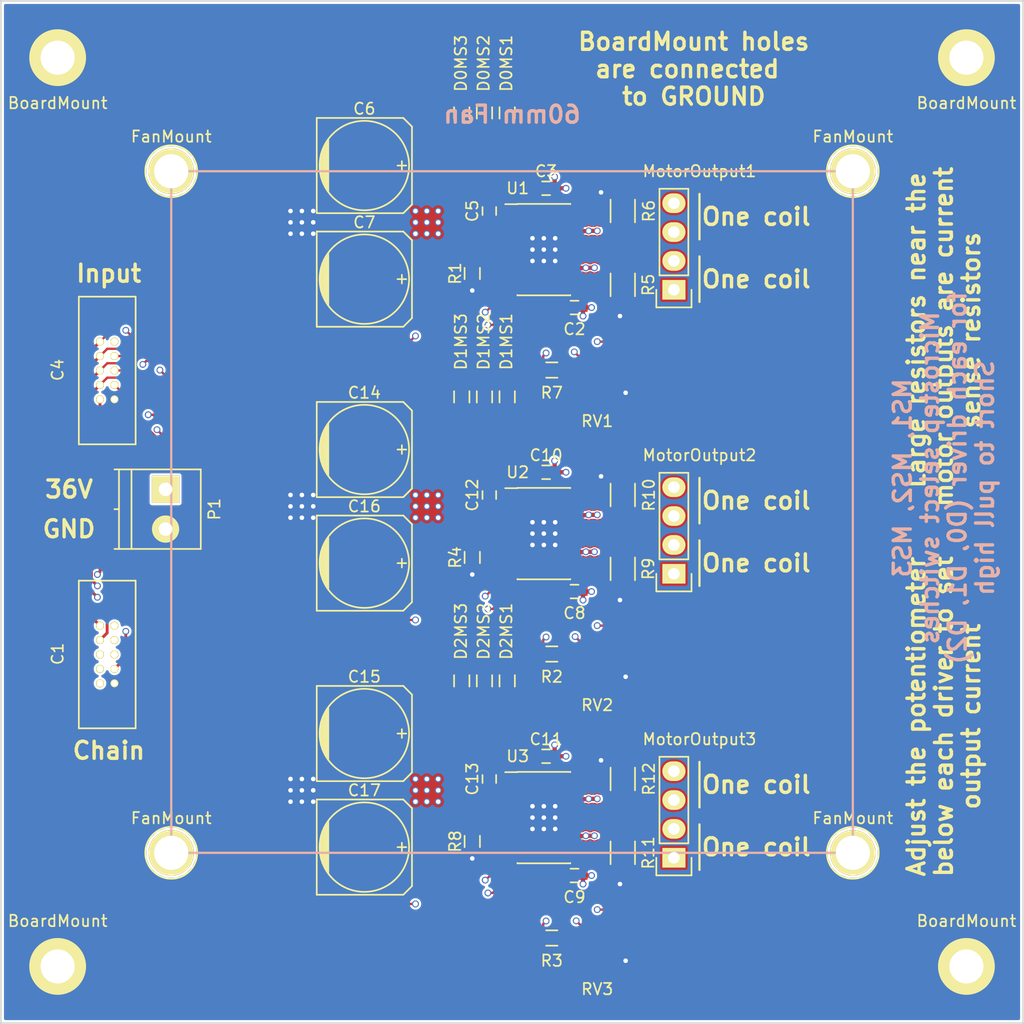
<source format=kicad_pcb>
(kicad_pcb (version 4) (host pcbnew "(2015-12-07 BZR 6352)-product")
  (layers (0 F.Cu signal) (1 In1.Cu signal) (2 In2.Cu power) (31 B.Cu power) (35 F.Paste user) (36 B.SilkS user) (37 F.SilkS user) (38 B.Mask user) (39 F.Mask user) (44 Edge.Cuts user))
  (net 0 "")
  (net 1 +3V3)
  (net 2 GND)
  (net 3 +36V)
  (net 4 "Net-(R7-Pad2)")
  (net 5 /Sense1)
  (net 6 /Sense2)
  (net 7 /Reference)
  (net 8 /STEP0)
  (net 9 /DIR0)
  (net 10 /ENABLE)
  (net 11 /CP1)
  (net 12 /CP2)
  (net 13 /ROSC)
  (net 14 /MS1)
  (net 15 /MS2)
  (net 16 /MS3)
  (net 17 /OUT1B)
  (net 18 /OUT1A)
  (net 19 /OUT2A)
  (net 20 /OUT2B)
  (net 21 "Net-(C1-Pad2)")
  (net 22 "Net-(C4-Pad2)")
  (net 23 /VCP)
  (net 24 "Net-(U1-Pad4)")
  (net 25 /STEP1)
  (net 26 /DIR1)
  (net 27 /STEP2)
  (net 28 /DIR2)
  (net 29 "Net-(R2-Pad2)")
  (net 30 "Net-(R3-Pad2)")
  (net 31 "Net-(U2-Pad4)")
  (net 32 "Net-(U3-Pad4)")
  (net 33 "Net-(C12-Pad1)")
  (net 34 "Net-(C12-Pad2)")
  (net 35 "Net-(C13-Pad1)")
  (net 36 "Net-(C13-Pad2)")
  (net 37 "Net-(MotorOutput2-Pad1)")
  (net 38 "Net-(MotorOutput2-Pad2)")
  (net 39 "Net-(MotorOutput2-Pad3)")
  (net 40 "Net-(MotorOutput2-Pad4)")
  (net 41 "Net-(MotorOutput3-Pad1)")
  (net 42 "Net-(MotorOutput3-Pad2)")
  (net 43 "Net-(MotorOutput3-Pad3)")
  (net 44 "Net-(MotorOutput3-Pad4)")
  (net 45 "Net-(R4-Pad1)")
  (net 46 "Net-(R8-Pad1)")
  (net 47 "Net-(R9-Pad2)")
  (net 48 "Net-(R10-Pad2)")
  (net 49 "Net-(R11-Pad2)")
  (net 50 "Net-(R12-Pad2)")
  (net 51 "Net-(RV2-Pad2)")
  (net 52 "Net-(RV3-Pad2)")
  (net 53 "Net-(C10-Pad2)")
  (net 54 "Net-(C11-Pad2)")
  (net 55 "Net-(D1MS1-Pad2)")
  (net 56 "Net-(D1MS2-Pad2)")
  (net 57 "Net-(D1MS3-Pad2)")
  (net 58 "Net-(D2MS1-Pad2)")
  (net 59 "Net-(D2MS2-Pad2)")
  (net 60 "Net-(D2MS3-Pad2)")
  (module Capacitors_SMD:c_elec_8x5.4 (layer F.Cu) (at 113 95.5)
    (fp_text reference C15 (at 0 -5) (layer F.SilkS))
    (fp_text value CP)
    (pad 1 smd rect (at 3.05054 0) (size 4.0005 1.6002) (layers F.Cu F.Paste F.Mask) (net 3 +36V))
    (pad 2 smd rect (at -3.05054 0) (size 4.0005 1.6002) (layers F.Cu F.Paste F.Mask) (net 2 GND))
  )
  (module Capacitors_SMD:c_elec_8x5.4 (layer F.Cu) (at 113 70.5)
    (fp_text reference C14 (at 0 -5) (layer F.SilkS))
    (fp_text value CP)
    (pad 1 smd rect (at 3.05054 0) (size 4.0005 1.6002) (layers F.Cu F.Paste F.Mask) (net 3 +36V))
    (pad 2 smd rect (at -3.05054 0) (size 4.0005 1.6002) (layers F.Cu F.Paste F.Mask) (net 2 GND))
  )
  (module Resistors_SMD:R_0603 (layer F.Cu) (at 123.573908 90.862684 270)
    (fp_text reference D2MS2 (at -4.362684 0.073908 270) (layer F.SilkS))
    (fp_text value 0)
    (pad 1 smd rect (at -0.75 0 270) (size 0.5 0.9) (layers F.Cu F.Paste F.Mask) (net 1 +3V3))
    (pad 2 smd rect (at 0.75 0 270) (size 0.5 0.9) (layers F.Cu F.Paste F.Mask) (net 59 "Net-(D2MS2-Pad2)"))
  )
  (module Resistors_SMD:R_0603 (layer F.Cu) (at 121.573908 90.862684 270)
    (fp_text reference D2MS3 (at -4.362684 0.073908 270) (layer F.SilkS))
    (fp_text value 0)
    (pad 1 smd rect (at -0.75 0 270) (size 0.5 0.9) (layers F.Cu F.Paste F.Mask) (net 1 +3V3))
    (pad 2 smd rect (at 0.75 0 270) (size 0.5 0.9) (layers F.Cu F.Paste F.Mask) (net 60 "Net-(D2MS3-Pad2)"))
  )
  (module Capacitors_SMD:C_0603 (layer F.Cu) (at 124 99.5 270)
    (fp_text reference C13 (at 0 1.5 270) (layer F.SilkS))
    (fp_text value C)
    (pad 1 smd rect (at -0.75 0 270) (size 0.8 0.75) (layers F.Cu F.Paste F.Mask) (net 35 "Net-(C13-Pad1)"))
    (pad 2 smd rect (at 0.75 0 270) (size 0.8 0.75) (layers F.Cu F.Paste F.Mask) (net 36 "Net-(C13-Pad2)"))
  )
  (module Resistors_SMD:R_0603 (layer F.Cu) (at 125.573908 90.862684 270)
    (fp_text reference D2MS1 (at -4.362684 0.073908 270) (layer F.SilkS))
    (fp_text value 0)
    (pad 1 smd rect (at -0.75 0 270) (size 0.5 0.9) (layers F.Cu F.Paste F.Mask) (net 1 +3V3))
    (pad 2 smd rect (at 0.75 0 270) (size 0.5 0.9) (layers F.Cu F.Paste F.Mask) (net 58 "Net-(D2MS1-Pad2)"))
  )
  (module Capacitors_SMD:C_0603 (layer F.Cu) (at 129 97.5 180)
    (fp_text reference C11 (at 0 1.5 180) (layer F.SilkS))
    (fp_text value C)
    (pad 1 smd rect (at -0.75 0 180) (size 0.8 0.75) (layers F.Cu F.Paste F.Mask) (net 3 +36V))
    (pad 2 smd rect (at 0.75 0 180) (size 0.8 0.75) (layers F.Cu F.Paste F.Mask) (net 54 "Net-(C11-Pad2)"))
  )
  (module Capacitors_SMD:c_elec_8x5.4 (layer F.Cu) (at 113 105.5)
    (fp_text reference C17 (at 0 -5) (layer F.SilkS))
    (fp_text value CP)
    (pad 1 smd rect (at 3.05054 0) (size 4.0005 1.6002) (layers F.Cu F.Paste F.Mask) (net 3 +36V))
    (pad 2 smd rect (at -3.05054 0) (size 4.0005 1.6002) (layers F.Cu F.Paste F.Mask) (net 2 GND))
  )
  (module Footprints:TC33XBournesPot (layer F.Cu) (at 133.5 112.5)
    (fp_text reference RV3 (at 0 5.5) (layer F.SilkS))
    (fp_text value 50K)
    (pad 1 smd rect (at -1 3.25) (size 1.2 1.2) (layers F.Cu F.Paste F.Mask) (net 30 "Net-(R3-Pad2)"))
    (pad 2 smd rect (at 0 0) (size 1.6 1.5) (layers F.Cu F.Paste F.Mask) (net 52 "Net-(RV3-Pad2)"))
    (pad 3 smd rect (at 1 3.25) (size 1.2 1.2) (layers F.Cu F.Paste F.Mask) (net 2 GND))
  )
  (module Resistors_SMD:R_0603 (layer F.Cu) (at 129.5 113.5)
    (fp_text reference R3 (at 0 2) (layer F.SilkS))
    (fp_text value 33K2)
    (pad 1 smd rect (at -0.75 0) (size 0.5 0.9) (layers F.Cu F.Paste F.Mask) (net 1 +3V3))
    (pad 2 smd rect (at 0.75 0) (size 0.5 0.9) (layers F.Cu F.Paste F.Mask) (net 30 "Net-(R3-Pad2)"))
  )
  (module Resistors_SMD:R_0603 (layer F.Cu) (at 122.5 105 270)
    (fp_text reference R8 (at 0 1.5 270) (layer F.SilkS))
    (fp_text value 0)
    (pad 1 smd rect (at -0.75 0 270) (size 0.5 0.9) (layers F.Cu F.Paste F.Mask) (net 46 "Net-(R8-Pad1)"))
    (pad 2 smd rect (at 0.75 0 270) (size 0.5 0.9) (layers F.Cu F.Paste F.Mask) (net 2 GND))
  )
  (module Capacitors_SMD:C_0603 (layer F.Cu) (at 131.5 108 180)
    (fp_text reference C9 (at 0 -1.9 180) (layer F.SilkS))
    (fp_text value C)
    (pad 1 smd rect (at -0.75 0 180) (size 0.8 0.75) (layers F.Cu F.Paste F.Mask) (net 3 +36V))
    (pad 2 smd rect (at 0.75 0 180) (size 0.8 0.75) (layers F.Cu F.Paste F.Mask) (net 2 GND))
  )
  (module Resistors_SMD:R_1206 (layer F.Cu) (at 135.75 99.5 270)
    (fp_text reference R12 (at 0 -2.3 270) (layer F.SilkS))
    (fp_text value R05)
    (pad 1 smd rect (at -1.45 0 270) (size 0.9 1.7) (layers F.Cu F.Paste F.Mask) (net 2 GND))
    (pad 2 smd rect (at 1.45 0 270) (size 0.9 1.7) (layers F.Cu F.Paste F.Mask) (net 50 "Net-(R12-Pad2)"))
  )
  (module Resistors_SMD:R_1206 (layer F.Cu) (at 135.75 106 90)
    (fp_text reference R11 (at 0 2.25 90) (layer F.SilkS))
    (fp_text value R05)
    (pad 1 smd rect (at -1.45 0 90) (size 0.9 1.7) (layers F.Cu F.Paste F.Mask) (net 2 GND))
    (pad 2 smd rect (at 1.45 0 90) (size 0.9 1.7) (layers F.Cu F.Paste F.Mask) (net 49 "Net-(R11-Pad2)"))
  )
  (module Footprints:TSSOP-25_4.4x7.8mm_Pitch0.65mm_ExposedPad (layer F.Cu) (at 128.8 102.9)
    (fp_text reference U3 (at -2.3 -5.4) (layer F.SilkS))
    (fp_text value A5984GLP)
    (pad 1 smd rect (at -2.85 -3.575) (size 1.1 0.4) (layers F.Cu F.Paste F.Mask) (net 35 "Net-(C13-Pad1)"))
    (pad 2 smd rect (at -2.85 -2.925) (size 1.1 0.4) (layers F.Cu F.Paste F.Mask) (net 36 "Net-(C13-Pad2)"))
    (pad 3 smd rect (at -2.85 -2.275) (size 1.1 0.4) (layers F.Cu F.Paste F.Mask) (net 54 "Net-(C11-Pad2)"))
    (pad 4 smd rect (at -2.85 -1.625) (size 1.1 0.4) (layers F.Cu F.Paste F.Mask) (net 32 "Net-(U3-Pad4)"))
    (pad 5 smd rect (at -2.85 -0.975) (size 1.1 0.4) (layers F.Cu F.Paste F.Mask) (net 58 "Net-(D2MS1-Pad2)"))
    (pad 6 smd rect (at -2.85 -0.325) (size 1.1 0.4) (layers F.Cu F.Paste F.Mask) (net 59 "Net-(D2MS2-Pad2)"))
    (pad 7 smd rect (at -2.85 0.325) (size 1.1 0.4) (layers F.Cu F.Paste F.Mask) (net 1 +3V3))
    (pad 8 smd rect (at -2.85 0.975) (size 1.1 0.4) (layers F.Cu F.Paste F.Mask) (net 46 "Net-(R8-Pad1)"))
    (pad 9 smd rect (at -2.85 1.625) (size 1.1 0.4) (layers F.Cu F.Paste F.Mask) (net 1 +3V3))
    (pad 10 smd rect (at -2.85 2.275) (size 1.1 0.4) (layers F.Cu F.Paste F.Mask) (net 60 "Net-(D2MS3-Pad2)"))
    (pad 11 smd rect (at -2.85 2.925) (size 1.1 0.4) (layers F.Cu F.Paste F.Mask) (net 27 /STEP2))
    (pad 12 smd rect (at -2.85 3.575) (size 1.1 0.4) (layers F.Cu F.Paste F.Mask) (net 52 "Net-(RV3-Pad2)"))
    (pad 13 smd rect (at 2.85 3.575) (size 1.1 0.4) (layers F.Cu F.Paste F.Mask) (net 2 GND))
    (pad 14 smd rect (at 2.85 2.925) (size 1.1 0.4) (layers F.Cu F.Paste F.Mask) (net 28 /DIR2))
    (pad 15 smd rect (at 2.85 2.275) (size 1.1 0.4) (layers F.Cu F.Paste F.Mask) (net 41 "Net-(MotorOutput3-Pad1)"))
    (pad 16 smd rect (at 2.85 1.625) (size 1.1 0.4) (layers F.Cu F.Paste F.Mask) (net 3 +36V))
    (pad 17 smd rect (at 2.85 0.975) (size 1.1 0.4) (layers F.Cu F.Paste F.Mask) (net 49 "Net-(R11-Pad2)"))
    (pad 18 smd rect (at 2.85 0.325) (size 1.1 0.4) (layers F.Cu F.Paste F.Mask) (net 42 "Net-(MotorOutput3-Pad2)"))
    (pad 19 smd rect (at 2.85 -0.325) (size 1.1 0.4) (layers F.Cu F.Paste F.Mask) (net 43 "Net-(MotorOutput3-Pad3)"))
    (pad 20 smd rect (at 2.85 -0.975) (size 1.1 0.4) (layers F.Cu F.Paste F.Mask) (net 50 "Net-(R12-Pad2)"))
    (pad 21 smd rect (at 2.85 -1.625) (size 1.1 0.4) (layers F.Cu F.Paste F.Mask) (net 3 +36V))
    (pad 22 smd rect (at 2.85 -2.275) (size 1.1 0.4) (layers F.Cu F.Paste F.Mask) (net 44 "Net-(MotorOutput3-Pad4)"))
    (pad 23 smd rect (at 2.85 -2.925) (size 1.1 0.4) (layers F.Cu F.Paste F.Mask) (net 10 /ENABLE))
    (pad 24 smd rect (at 2.85 -3.575) (size 1.1 0.4) (layers F.Cu F.Paste F.Mask) (net 2 GND))
    (pad 25 smd rect (at 0 0) (size 3 4.32) (layers F.Cu F.Paste F.Mask) (net 2 GND))
  )
  (module Pin_Headers:Pin_Header_Straight_1x04 (layer F.Cu) (at 140.25 106.435 180)
    (fp_text reference MotorOutput3 (at -2.25 10.435 180) (layer F.SilkS))
    (fp_text value CONN_01X04)
    (pad 1 thru_hole rect (at 0 0 180) (size 2.032 1.7272) (drill 1.016) (layers *.Cu *.Mask F.SilkS) (net 41 "Net-(MotorOutput3-Pad1)"))
    (pad 2 thru_hole oval (at 0 2.54 180) (size 2.032 1.7272) (drill 1.016) (layers *.Cu *.Mask F.SilkS) (net 42 "Net-(MotorOutput3-Pad2)"))
    (pad 3 thru_hole oval (at 0 5.08 180) (size 2.032 1.7272) (drill 1.016) (layers *.Cu *.Mask F.SilkS) (net 43 "Net-(MotorOutput3-Pad3)"))
    (pad 4 thru_hole oval (at 0 7.62 180) (size 2.032 1.7272) (drill 1.016) (layers *.Cu *.Mask F.SilkS) (net 44 "Net-(MotorOutput3-Pad4)"))
  )
  (module Resistors_SMD:R_0603 (layer F.Cu) (at 123.573908 65.862684 270)
    (fp_text reference D1MS2 (at -4.862684 0.073908 270) (layer F.SilkS))
    (fp_text value 0)
    (pad 1 smd rect (at -0.75 0 270) (size 0.5 0.9) (layers F.Cu F.Paste F.Mask) (net 1 +3V3))
    (pad 2 smd rect (at 0.75 0 270) (size 0.5 0.9) (layers F.Cu F.Paste F.Mask) (net 56 "Net-(D1MS2-Pad2)"))
  )
  (module Resistors_SMD:R_0603 (layer F.Cu) (at 121.573908 65.862684 270)
    (fp_text reference D1MS3 (at -4.862684 0.073908 270) (layer F.SilkS))
    (fp_text value 0)
    (pad 1 smd rect (at -0.75 0 270) (size 0.5 0.9) (layers F.Cu F.Paste F.Mask) (net 1 +3V3))
    (pad 2 smd rect (at 0.75 0 270) (size 0.5 0.9) (layers F.Cu F.Paste F.Mask) (net 57 "Net-(D1MS3-Pad2)"))
  )
  (module Capacitors_SMD:C_0603 (layer F.Cu) (at 124 74.5 270)
    (fp_text reference C12 (at 0 1.5 270) (layer F.SilkS))
    (fp_text value C)
    (pad 1 smd rect (at -0.75 0 270) (size 0.8 0.75) (layers F.Cu F.Paste F.Mask) (net 33 "Net-(C12-Pad1)"))
    (pad 2 smd rect (at 0.75 0 270) (size 0.8 0.75) (layers F.Cu F.Paste F.Mask) (net 34 "Net-(C12-Pad2)"))
  )
  (module Resistors_SMD:R_0603 (layer F.Cu) (at 125.573908 65.862684 270)
    (fp_text reference D1MS1 (at -4.862684 0.073908 270) (layer F.SilkS))
    (fp_text value 0)
    (pad 1 smd rect (at -0.75 0 270) (size 0.5 0.9) (layers F.Cu F.Paste F.Mask) (net 1 +3V3))
    (pad 2 smd rect (at 0.75 0 270) (size 0.5 0.9) (layers F.Cu F.Paste F.Mask) (net 55 "Net-(D1MS1-Pad2)"))
  )
  (module Capacitors_SMD:C_0603 (layer F.Cu) (at 129 72.5 180)
    (fp_text reference C10 (at 0 1.5 180) (layer F.SilkS))
    (fp_text value C)
    (pad 1 smd rect (at -0.75 0 180) (size 0.8 0.75) (layers F.Cu F.Paste F.Mask) (net 3 +36V))
    (pad 2 smd rect (at 0.75 0 180) (size 0.8 0.75) (layers F.Cu F.Paste F.Mask) (net 53 "Net-(C10-Pad2)"))
  )
  (module Capacitors_SMD:c_elec_8x5.4 (layer F.Cu) (at 113 80.5)
    (fp_text reference C16 (at 0 -5) (layer F.SilkS))
    (fp_text value CP)
    (pad 1 smd rect (at 3.05054 0) (size 4.0005 1.6002) (layers F.Cu F.Paste F.Mask) (net 3 +36V))
    (pad 2 smd rect (at -3.05054 0) (size 4.0005 1.6002) (layers F.Cu F.Paste F.Mask) (net 2 GND))
  )
  (module Footprints:TC33XBournesPot (layer F.Cu) (at 133.5 87.5)
    (fp_text reference RV2 (at 0 5.5) (layer F.SilkS))
    (fp_text value 50K)
    (pad 1 smd rect (at -1 3.25) (size 1.2 1.2) (layers F.Cu F.Paste F.Mask) (net 29 "Net-(R2-Pad2)"))
    (pad 2 smd rect (at 0 0) (size 1.6 1.5) (layers F.Cu F.Paste F.Mask) (net 51 "Net-(RV2-Pad2)"))
    (pad 3 smd rect (at 1 3.25) (size 1.2 1.2) (layers F.Cu F.Paste F.Mask) (net 2 GND))
  )
  (module Resistors_SMD:R_0603 (layer F.Cu) (at 129.5 88.5)
    (fp_text reference R2 (at 0 2) (layer F.SilkS))
    (fp_text value 33K2)
    (pad 1 smd rect (at -0.75 0) (size 0.5 0.9) (layers F.Cu F.Paste F.Mask) (net 1 +3V3))
    (pad 2 smd rect (at 0.75 0) (size 0.5 0.9) (layers F.Cu F.Paste F.Mask) (net 29 "Net-(R2-Pad2)"))
  )
  (module Resistors_SMD:R_0603 (layer F.Cu) (at 122.5 80 270)
    (fp_text reference R4 (at 0 1.5 270) (layer F.SilkS))
    (fp_text value 0)
    (pad 1 smd rect (at -0.75 0 270) (size 0.5 0.9) (layers F.Cu F.Paste F.Mask) (net 45 "Net-(R4-Pad1)"))
    (pad 2 smd rect (at 0.75 0 270) (size 0.5 0.9) (layers F.Cu F.Paste F.Mask) (net 2 GND))
  )
  (module Capacitors_SMD:C_0603 (layer F.Cu) (at 131.5 83 180)
    (fp_text reference C8 (at 0 -1.9 180) (layer F.SilkS))
    (fp_text value C)
    (pad 1 smd rect (at -0.75 0 180) (size 0.8 0.75) (layers F.Cu F.Paste F.Mask) (net 3 +36V))
    (pad 2 smd rect (at 0.75 0 180) (size 0.8 0.75) (layers F.Cu F.Paste F.Mask) (net 2 GND))
  )
  (module Resistors_SMD:R_1206 (layer F.Cu) (at 135.75 74.5 270)
    (fp_text reference R10 (at 0 -2.3 270) (layer F.SilkS))
    (fp_text value R05)
    (pad 1 smd rect (at -1.45 0 270) (size 0.9 1.7) (layers F.Cu F.Paste F.Mask) (net 2 GND))
    (pad 2 smd rect (at 1.45 0 270) (size 0.9 1.7) (layers F.Cu F.Paste F.Mask) (net 48 "Net-(R10-Pad2)"))
  )
  (module Resistors_SMD:R_1206 (layer F.Cu) (at 135.75 81 90)
    (fp_text reference R9 (at 0 2.25 90) (layer F.SilkS))
    (fp_text value R05)
    (pad 1 smd rect (at -1.45 0 90) (size 0.9 1.7) (layers F.Cu F.Paste F.Mask) (net 2 GND))
    (pad 2 smd rect (at 1.45 0 90) (size 0.9 1.7) (layers F.Cu F.Paste F.Mask) (net 47 "Net-(R9-Pad2)"))
  )
  (module Footprints:TSSOP-25_4.4x7.8mm_Pitch0.65mm_ExposedPad (layer F.Cu) (at 128.8 77.9)
    (fp_text reference U2 (at -2.3 -5.4) (layer F.SilkS))
    (fp_text value A5984GLP)
    (pad 1 smd rect (at -2.85 -3.575) (size 1.1 0.4) (layers F.Cu F.Paste F.Mask) (net 33 "Net-(C12-Pad1)"))
    (pad 2 smd rect (at -2.85 -2.925) (size 1.1 0.4) (layers F.Cu F.Paste F.Mask) (net 34 "Net-(C12-Pad2)"))
    (pad 3 smd rect (at -2.85 -2.275) (size 1.1 0.4) (layers F.Cu F.Paste F.Mask) (net 53 "Net-(C10-Pad2)"))
    (pad 4 smd rect (at -2.85 -1.625) (size 1.1 0.4) (layers F.Cu F.Paste F.Mask) (net 31 "Net-(U2-Pad4)"))
    (pad 5 smd rect (at -2.85 -0.975) (size 1.1 0.4) (layers F.Cu F.Paste F.Mask) (net 55 "Net-(D1MS1-Pad2)"))
    (pad 6 smd rect (at -2.85 -0.325) (size 1.1 0.4) (layers F.Cu F.Paste F.Mask) (net 56 "Net-(D1MS2-Pad2)"))
    (pad 7 smd rect (at -2.85 0.325) (size 1.1 0.4) (layers F.Cu F.Paste F.Mask) (net 1 +3V3))
    (pad 8 smd rect (at -2.85 0.975) (size 1.1 0.4) (layers F.Cu F.Paste F.Mask) (net 45 "Net-(R4-Pad1)"))
    (pad 9 smd rect (at -2.85 1.625) (size 1.1 0.4) (layers F.Cu F.Paste F.Mask) (net 1 +3V3))
    (pad 10 smd rect (at -2.85 2.275) (size 1.1 0.4) (layers F.Cu F.Paste F.Mask) (net 57 "Net-(D1MS3-Pad2)"))
    (pad 11 smd rect (at -2.85 2.925) (size 1.1 0.4) (layers F.Cu F.Paste F.Mask) (net 25 /STEP1))
    (pad 12 smd rect (at -2.85 3.575) (size 1.1 0.4) (layers F.Cu F.Paste F.Mask) (net 51 "Net-(RV2-Pad2)"))
    (pad 13 smd rect (at 2.85 3.575) (size 1.1 0.4) (layers F.Cu F.Paste F.Mask) (net 2 GND))
    (pad 14 smd rect (at 2.85 2.925) (size 1.1 0.4) (layers F.Cu F.Paste F.Mask) (net 26 /DIR1))
    (pad 15 smd rect (at 2.85 2.275) (size 1.1 0.4) (layers F.Cu F.Paste F.Mask) (net 37 "Net-(MotorOutput2-Pad1)"))
    (pad 16 smd rect (at 2.85 1.625) (size 1.1 0.4) (layers F.Cu F.Paste F.Mask) (net 3 +36V))
    (pad 17 smd rect (at 2.85 0.975) (size 1.1 0.4) (layers F.Cu F.Paste F.Mask) (net 47 "Net-(R9-Pad2)"))
    (pad 18 smd rect (at 2.85 0.325) (size 1.1 0.4) (layers F.Cu F.Paste F.Mask) (net 38 "Net-(MotorOutput2-Pad2)"))
    (pad 19 smd rect (at 2.85 -0.325) (size 1.1 0.4) (layers F.Cu F.Paste F.Mask) (net 39 "Net-(MotorOutput2-Pad3)"))
    (pad 20 smd rect (at 2.85 -0.975) (size 1.1 0.4) (layers F.Cu F.Paste F.Mask) (net 48 "Net-(R10-Pad2)"))
    (pad 21 smd rect (at 2.85 -1.625) (size 1.1 0.4) (layers F.Cu F.Paste F.Mask) (net 3 +36V))
    (pad 22 smd rect (at 2.85 -2.275) (size 1.1 0.4) (layers F.Cu F.Paste F.Mask) (net 40 "Net-(MotorOutput2-Pad4)"))
    (pad 23 smd rect (at 2.85 -2.925) (size 1.1 0.4) (layers F.Cu F.Paste F.Mask) (net 10 /ENABLE))
    (pad 24 smd rect (at 2.85 -3.575) (size 1.1 0.4) (layers F.Cu F.Paste F.Mask) (net 2 GND))
    (pad 25 smd rect (at 0 0) (size 3 4.32) (layers F.Cu F.Paste F.Mask) (net 2 GND))
  )
  (module Pin_Headers:Pin_Header_Straight_1x04 (layer F.Cu) (at 140.25 81.435 180)
    (fp_text reference MotorOutput2 (at -2.25 10.435 180) (layer F.SilkS))
    (fp_text value CONN_01X04)
    (pad 1 thru_hole rect (at 0 0 180) (size 2.032 1.7272) (drill 1.016) (layers *.Cu *.Mask F.SilkS) (net 37 "Net-(MotorOutput2-Pad1)"))
    (pad 2 thru_hole oval (at 0 2.54 180) (size 2.032 1.7272) (drill 1.016) (layers *.Cu *.Mask F.SilkS) (net 38 "Net-(MotorOutput2-Pad2)"))
    (pad 3 thru_hole oval (at 0 5.08 180) (size 2.032 1.7272) (drill 1.016) (layers *.Cu *.Mask F.SilkS) (net 39 "Net-(MotorOutput2-Pad3)"))
    (pad 4 thru_hole oval (at 0 7.62 180) (size 2.032 1.7272) (drill 1.016) (layers *.Cu *.Mask F.SilkS) (net 40 "Net-(MotorOutput2-Pad4)"))
  )
  (module Footprints:TSSOP-25_4.4x7.8mm_Pitch0.65mm_ExposedPad (layer F.Cu) (at 128.8 52.9)
    (fp_text reference U1 (at -2.3 -5.4) (layer F.SilkS))
    (fp_text value A5984GLP)
    (pad 1 smd rect (at -2.85 -3.575) (size 1.1 0.4) (layers F.Cu F.Paste F.Mask) (net 11 /CP1))
    (pad 2 smd rect (at -2.85 -2.925) (size 1.1 0.4) (layers F.Cu F.Paste F.Mask) (net 12 /CP2))
    (pad 3 smd rect (at -2.85 -2.275) (size 1.1 0.4) (layers F.Cu F.Paste F.Mask) (net 23 /VCP))
    (pad 4 smd rect (at -2.85 -1.625) (size 1.1 0.4) (layers F.Cu F.Paste F.Mask) (net 24 "Net-(U1-Pad4)"))
    (pad 5 smd rect (at -2.85 -0.975) (size 1.1 0.4) (layers F.Cu F.Paste F.Mask) (net 14 /MS1))
    (pad 6 smd rect (at -2.85 -0.325) (size 1.1 0.4) (layers F.Cu F.Paste F.Mask) (net 15 /MS2))
    (pad 7 smd rect (at -2.85 0.325) (size 1.1 0.4) (layers F.Cu F.Paste F.Mask) (net 1 +3V3))
    (pad 8 smd rect (at -2.85 0.975) (size 1.1 0.4) (layers F.Cu F.Paste F.Mask) (net 13 /ROSC))
    (pad 9 smd rect (at -2.85 1.625) (size 1.1 0.4) (layers F.Cu F.Paste F.Mask) (net 1 +3V3))
    (pad 10 smd rect (at -2.85 2.275) (size 1.1 0.4) (layers F.Cu F.Paste F.Mask) (net 16 /MS3))
    (pad 11 smd rect (at -2.85 2.925) (size 1.1 0.4) (layers F.Cu F.Paste F.Mask) (net 8 /STEP0))
    (pad 12 smd rect (at -2.85 3.575) (size 1.1 0.4) (layers F.Cu F.Paste F.Mask) (net 7 /Reference))
    (pad 13 smd rect (at 2.85 3.575) (size 1.1 0.4) (layers F.Cu F.Paste F.Mask) (net 2 GND))
    (pad 14 smd rect (at 2.85 2.925) (size 1.1 0.4) (layers F.Cu F.Paste F.Mask) (net 9 /DIR0))
    (pad 15 smd rect (at 2.85 2.275) (size 1.1 0.4) (layers F.Cu F.Paste F.Mask) (net 17 /OUT1B))
    (pad 16 smd rect (at 2.85 1.625) (size 1.1 0.4) (layers F.Cu F.Paste F.Mask) (net 3 +36V))
    (pad 17 smd rect (at 2.85 0.975) (size 1.1 0.4) (layers F.Cu F.Paste F.Mask) (net 5 /Sense1))
    (pad 18 smd rect (at 2.85 0.325) (size 1.1 0.4) (layers F.Cu F.Paste F.Mask) (net 18 /OUT1A))
    (pad 19 smd rect (at 2.85 -0.325) (size 1.1 0.4) (layers F.Cu F.Paste F.Mask) (net 19 /OUT2A))
    (pad 20 smd rect (at 2.85 -0.975) (size 1.1 0.4) (layers F.Cu F.Paste F.Mask) (net 6 /Sense2))
    (pad 21 smd rect (at 2.85 -1.625) (size 1.1 0.4) (layers F.Cu F.Paste F.Mask) (net 3 +36V))
    (pad 22 smd rect (at 2.85 -2.275) (size 1.1 0.4) (layers F.Cu F.Paste F.Mask) (net 20 /OUT2B))
    (pad 23 smd rect (at 2.85 -2.925) (size 1.1 0.4) (layers F.Cu F.Paste F.Mask) (net 10 /ENABLE))
    (pad 24 smd rect (at 2.85 -3.575) (size 1.1 0.4) (layers F.Cu F.Paste F.Mask) (net 2 GND))
    (pad 25 smd rect (at 0 0) (size 3 4.32) (layers F.Cu F.Paste F.Mask) (net 2 GND))
  )
  (module Capacitors_SMD:C_0603 (layer F.Cu) (at 124 49.5 270)
    (fp_text reference C5 (at 0 1.5 270) (layer F.SilkS))
    (fp_text value C)
    (pad 1 smd rect (at -0.75 0 270) (size 0.8 0.75) (layers F.Cu F.Paste F.Mask) (net 11 /CP1))
    (pad 2 smd rect (at 0.75 0 270) (size 0.8 0.75) (layers F.Cu F.Paste F.Mask) (net 12 /CP2))
  )
  (module Capacitors_SMD:C_0603 (layer F.Cu) (at 131.5 58 180)
    (fp_text reference C2 (at 0 -1.9 180) (layer F.SilkS))
    (fp_text value C)
    (pad 1 smd rect (at -0.75 0 180) (size 0.8 0.75) (layers F.Cu F.Paste F.Mask) (net 3 +36V))
    (pad 2 smd rect (at 0.75 0 180) (size 0.8 0.75) (layers F.Cu F.Paste F.Mask) (net 2 GND))
  )
  (module Capacitors_SMD:C_0603 (layer F.Cu) (at 129 47.5 180)
    (fp_text reference C3 (at 0 1.5 180) (layer F.SilkS))
    (fp_text value C)
    (pad 1 smd rect (at -0.75 0 180) (size 0.8 0.75) (layers F.Cu F.Paste F.Mask) (net 3 +36V))
    (pad 2 smd rect (at 0.75 0 180) (size 0.8 0.75) (layers F.Cu F.Paste F.Mask) (net 23 /VCP))
  )
  (module Resistors_SMD:R_0603 (layer F.Cu) (at 122.5 55 270)
    (fp_text reference R1 (at 0 1.5 270) (layer F.SilkS))
    (fp_text value 0)
    (pad 1 smd rect (at -0.75 0 270) (size 0.5 0.9) (layers F.Cu F.Paste F.Mask) (net 13 /ROSC))
    (pad 2 smd rect (at 0.75 0 270) (size 0.5 0.9) (layers F.Cu F.Paste F.Mask) (net 2 GND))
  )
  (module Resistors_SMD:R_0603 (layer F.Cu) (at 125.573908 40.862684 270)
    (fp_text reference D0MS1 (at -4.362684 0.073908 270) (layer F.SilkS))
    (fp_text value 0)
    (pad 1 smd rect (at -0.75 0 270) (size 0.5 0.9) (layers F.Cu F.Paste F.Mask) (net 1 +3V3))
    (pad 2 smd rect (at 0.75 0 270) (size 0.5 0.9) (layers F.Cu F.Paste F.Mask) (net 14 /MS1))
  )
  (module Resistors_SMD:R_0603 (layer F.Cu) (at 123.573908 40.862684 270)
    (fp_text reference D0MS2 (at -4.362684 0.073908 270) (layer F.SilkS))
    (fp_text value 0)
    (pad 1 smd rect (at -0.75 0 270) (size 0.5 0.9) (layers F.Cu F.Paste F.Mask) (net 1 +3V3))
    (pad 2 smd rect (at 0.75 0 270) (size 0.5 0.9) (layers F.Cu F.Paste F.Mask) (net 15 /MS2))
  )
  (module Resistors_SMD:R_0603 (layer F.Cu) (at 121.573908 40.862684 270)
    (fp_text reference D0MS3 (at -4.362684 0.073908 270) (layer F.SilkS))
    (fp_text value 0)
    (pad 1 smd rect (at -0.75 0 270) (size 0.5 0.9) (layers F.Cu F.Paste F.Mask) (net 1 +3V3))
    (pad 2 smd rect (at 0.75 0 270) (size 0.5 0.9) (layers F.Cu F.Paste F.Mask) (net 16 /MS3))
  )
  (module Resistors_SMD:R_1206 (layer F.Cu) (at 135.75 56 90)
    (fp_text reference R5 (at 0 2.25 90) (layer F.SilkS))
    (fp_text value R05)
    (pad 1 smd rect (at -1.45 0 90) (size 0.9 1.7) (layers F.Cu F.Paste F.Mask) (net 2 GND))
    (pad 2 smd rect (at 1.45 0 90) (size 0.9 1.7) (layers F.Cu F.Paste F.Mask) (net 5 /Sense1))
  )
  (module Resistors_SMD:R_1206 (layer F.Cu) (at 135.75 49.5 270)
    (fp_text reference R6 (at 0 -2.3 270) (layer F.SilkS))
    (fp_text value R05)
    (pad 1 smd rect (at -1.45 0 270) (size 0.9 1.7) (layers F.Cu F.Paste F.Mask) (net 2 GND))
    (pad 2 smd rect (at 1.45 0 270) (size 0.9 1.7) (layers F.Cu F.Paste F.Mask) (net 6 /Sense2))
  )
  (module Resistors_SMD:R_0603 (layer F.Cu) (at 129.5 63.5)
    (fp_text reference R7 (at 0 2) (layer F.SilkS))
    (fp_text value 33K2)
    (pad 1 smd rect (at -0.75 0) (size 0.5 0.9) (layers F.Cu F.Paste F.Mask) (net 1 +3V3))
    (pad 2 smd rect (at 0.75 0) (size 0.5 0.9) (layers F.Cu F.Paste F.Mask) (net 4 "Net-(R7-Pad2)"))
  )
  (module Footprints:TC33XBournesPot (layer F.Cu) (at 133.5 62.5)
    (fp_text reference RV1 (at 0 5.5) (layer F.SilkS))
    (fp_text value 50K)
    (pad 1 smd rect (at -1 3.25) (size 1.2 1.2) (layers F.Cu F.Paste F.Mask) (net 4 "Net-(R7-Pad2)"))
    (pad 2 smd rect (at 0 0) (size 1.6 1.5) (layers F.Cu F.Paste F.Mask) (net 7 /Reference))
    (pad 3 smd rect (at 1 3.25) (size 1.2 1.2) (layers F.Cu F.Paste F.Mask) (net 2 GND))
  )
  (module Capacitors_SMD:c_elec_8x5.4 (layer F.Cu) (at 113 45.5)
    (fp_text reference C6 (at 0 -5) (layer F.SilkS))
    (fp_text value CP)
    (pad 1 smd rect (at 3.05054 0) (size 4.0005 1.6002) (layers F.Cu F.Paste F.Mask) (net 3 +36V))
    (pad 2 smd rect (at -3.05054 0) (size 4.0005 1.6002) (layers F.Cu F.Paste F.Mask) (net 2 GND))
  )
  (module Capacitors_SMD:c_elec_8x5.4 (layer F.Cu) (at 113 55.5)
    (fp_text reference C7 (at 0 -5) (layer F.SilkS))
    (fp_text value CP)
    (pad 1 smd rect (at 3.05054 0) (size 4.0005 1.6002) (layers F.Cu F.Paste F.Mask) (net 3 +36V))
    (pad 2 smd rect (at -3.05054 0) (size 4.0005 1.6002) (layers F.Cu F.Paste F.Mask) (net 2 GND))
  )
  (module Pin_Headers:Pin_Header_Straight_1x04 (layer F.Cu) (at 140.25 56.435 180)
    (fp_text reference MotorOutput1 (at -2.25 10.435 360) (layer F.SilkS))
    (fp_text value CONN_01X04)
    (pad 1 thru_hole rect (at 0 0 180) (size 2.032 1.7272) (drill 1.016) (layers *.Cu *.Mask F.SilkS) (net 17 /OUT1B))
    (pad 2 thru_hole oval (at 0 2.54 180) (size 2.032 1.7272) (drill 1.016) (layers *.Cu *.Mask F.SilkS) (net 18 /OUT1A))
    (pad 3 thru_hole oval (at 0 5.08 180) (size 2.032 1.7272) (drill 1.016) (layers *.Cu *.Mask F.SilkS) (net 19 /OUT2A))
    (pad 4 thru_hole oval (at 0 7.62 180) (size 2.032 1.7272) (drill 1.016) (layers *.Cu *.Mask F.SilkS) (net 20 /OUT2B))
  )
  (module Footprints:SWDHeader (layer F.Cu) (at 90.365 88.54 270)
    (fp_text reference C1 (at -0.05 4.365 270) (layer F.SilkS))
    (fp_text value Gadgeteer)
    (pad 1 thru_hole circle (at -2.54 0.635 270) (size 0.7 0.7) (drill 0.5) (layers *.Cu *.Mask F.SilkS) (net 1 +3V3))
    (pad 2 thru_hole circle (at -2.54 -0.635 270) (size 0.7 0.7) (drill 0.5) (layers *.Cu *.Mask F.SilkS) (net 21 "Net-(C1-Pad2)"))
    (pad 3 thru_hole circle (at -1.27 0.635 270) (size 0.7 0.7) (drill 0.5) (layers *.Cu *.Mask F.SilkS) (net 8 /STEP0))
    (pad 4 thru_hole circle (at -1.27 -0.635 270) (size 0.7 0.7) (drill 0.5) (layers *.Cu *.Mask F.SilkS) (net 9 /DIR0))
    (pad 5 thru_hole circle (at 0 0.635 270) (size 0.7 0.7) (drill 0.5) (layers *.Cu *.Mask F.SilkS) (net 25 /STEP1))
    (pad 6 thru_hole circle (at 0 -0.635 270) (size 0.7 0.7) (drill 0.5) (layers *.Cu *.Mask F.SilkS) (net 26 /DIR1))
    (pad 7 thru_hole circle (at 1.27 0.635 270) (size 0.7 0.7) (drill 0.5) (layers *.Cu *.Mask F.SilkS) (net 27 /STEP2))
    (pad 8 thru_hole circle (at 1.27 -0.635 270) (size 0.7 0.7) (drill 0.5) (layers *.Cu *.Mask F.SilkS) (net 28 /DIR2))
    (pad 9 thru_hole circle (at 2.54 0.635 270) (size 0.7 0.7) (drill 0.5) (layers *.Cu *.Mask F.SilkS) (net 10 /ENABLE))
    (pad 10 thru_hole circle (at 2.54 -0.635 270) (size 0.7 0.7) (drill 0.5) (layers *.Cu *.Mask F.SilkS) (net 2 GND))
  )
  (module Footprints:SWDHeader (layer F.Cu) (at 90.365 63.54 270)
    (fp_text reference C4 (at -0.05 4.365 270) (layer F.SilkS))
    (fp_text value Gadgeteer)
    (pad 1 thru_hole circle (at -2.54 0.635 270) (size 0.7 0.7) (drill 0.5) (layers *.Cu *.Mask F.SilkS) (net 1 +3V3))
    (pad 2 thru_hole circle (at -2.54 -0.635 270) (size 0.7 0.7) (drill 0.5) (layers *.Cu *.Mask F.SilkS) (net 22 "Net-(C4-Pad2)"))
    (pad 3 thru_hole circle (at -1.27 0.635 270) (size 0.7 0.7) (drill 0.5) (layers *.Cu *.Mask F.SilkS) (net 8 /STEP0))
    (pad 4 thru_hole circle (at -1.27 -0.635 270) (size 0.7 0.7) (drill 0.5) (layers *.Cu *.Mask F.SilkS) (net 9 /DIR0))
    (pad 5 thru_hole circle (at 0 0.635 270) (size 0.7 0.7) (drill 0.5) (layers *.Cu *.Mask F.SilkS) (net 25 /STEP1))
    (pad 6 thru_hole circle (at 0 -0.635 270) (size 0.7 0.7) (drill 0.5) (layers *.Cu *.Mask F.SilkS) (net 26 /DIR1))
    (pad 7 thru_hole circle (at 1.27 0.635 270) (size 0.7 0.7) (drill 0.5) (layers *.Cu *.Mask F.SilkS) (net 27 /STEP2))
    (pad 8 thru_hole circle (at 1.27 -0.635 270) (size 0.7 0.7) (drill 0.5) (layers *.Cu *.Mask F.SilkS) (net 28 /DIR2))
    (pad 9 thru_hole circle (at 2.54 0.635 270) (size 0.7 0.7) (drill 0.5) (layers *.Cu *.Mask F.SilkS) (net 10 /ENABLE))
    (pad 10 thru_hole circle (at 2.54 -0.635 270) (size 0.7 0.7) (drill 0.5) (layers *.Cu *.Mask F.SilkS) (net 2 GND))
  )
  (module Connect:1pin (layer F.Cu) (at 96 106)
    (fp_text reference FanMount (at 0 -3.048) (layer F.SilkS))
    (fp_text value 1pin)
    (pad "" np_thru_hole circle (at 0 0) (size 4 4) (drill 3) (layers *.Cu *.Mask F.SilkS))
  )
  (module Connect:1pin (layer F.Cu) (at 156 106)
    (fp_text reference FanMount (at 0 -3.048) (layer F.SilkS))
    (fp_text value 1pin)
    (pad "" np_thru_hole circle (at 0 0) (size 4 4) (drill 3) (layers *.Cu *.Mask F.SilkS))
  )
  (module Connect:1pin (layer F.Cu) (at 156 46)
    (fp_text reference FanMount (at 0 -3.048) (layer F.SilkS))
    (fp_text value 1pin)
    (pad "" np_thru_hole circle (at 0 0) (size 4 4) (drill 3) (layers *.Cu *.Mask F.SilkS))
  )
  (module Connect:1pin (layer F.Cu) (at 96 46)
    (fp_text reference FanMount (at 0 -3.048) (layer F.SilkS))
    (fp_text value 1pin)
    (pad "" np_thru_hole circle (at 0 0) (size 4 4) (drill 3) (layers *.Cu *.Mask F.SilkS))
  )
  (module Connect:1pin (layer F.Cu) (at 86 116)
    (fp_text reference BoardMount (at 0 -4) (layer F.SilkS))
    (fp_text value 1pin)
    (pad "" thru_hole circle (at 0 0) (size 5 5) (drill 3) (layers *.Cu *.Mask F.SilkS) (net 2 GND))
  )
  (module Connect:1pin (layer F.Cu) (at 86 36)
    (fp_text reference BoardMount (at 0 4) (layer F.SilkS))
    (fp_text value 1pin)
    (pad "" thru_hole circle (at 0 0) (size 5 5) (drill 3) (layers *.Cu *.Mask F.SilkS) (net 2 GND))
  )
  (module Connect:1pin (layer F.Cu) (at 166 36)
    (fp_text reference BoardMount (at 0 4) (layer F.SilkS))
    (fp_text value 1pin)
    (pad "" thru_hole circle (at 0 0) (size 5 5) (drill 3) (layers *.Cu *.Mask F.SilkS) (net 2 GND))
  )
  (module Connect:1pin (layer F.Cu) (at 166 116)
    (fp_text reference BoardMount (at 0 -4) (layer F.SilkS))
    (fp_text value 1pin)
    (pad "" thru_hole circle (at 0 0) (size 5 5) (drill 3) (layers *.Cu *.Mask F.SilkS) (net 2 GND))
  )
  (module Terminal_Blocks:TerminalBlock_Pheonix_PT-3.5mm_2pol (layer F.Cu) (at 95.5 74 270)
    (fp_text reference P1 (at 1.75 -4.3 270) (layer F.SilkS))
    (fp_text value CONN_01X02)
    (pad 2 thru_hole circle (at 3.5 0 270) (size 2.4 2.4) (drill 1.2) (layers *.Cu *.Mask F.SilkS) (net 2 GND))
    (pad 1 thru_hole rect (at 0 0 270) (size 2.4 2.4) (drill 1.2) (layers *.Cu *.Mask F.SilkS) (net 3 +36V))
  )
  (gr_text "BoardMount holes\nare connected \nto GROUND" (at 142 37) (layer F.SilkS) (effects (font (size 1.5 1.5) (thickness 0.3))))
  (gr_text "Adjust the potentiometer\nbelow each driver to set\noutput current" (at 164 94 90) (layer F.SilkS) (effects (font (size 1.5 1.5) (thickness 0.3))))
  (gr_text "Large resistors near the\nmotor outputs are current \nsense resistors" (at 164 60 90) (layer F.SilkS) (effects (font (size 1.5 1.5) (thickness 0.3))))
  (gr_text "MS1, MS2, MS3\nMicrostep select switches\nfor each driver (D0, D1, D2)\nShort to pull high" (at 164 73 90) (layer B.SilkS) (effects (font (size 1.5 1.5) (thickness 0.3)) (justify mirror)))
  (gr_text GND (at 87 77.5) (layer F.SilkS) (effects (font (size 1.5 1.5) (thickness 0.3))))
  (gr_text 36V (at 87 74) (layer F.SilkS) (effects (font (size 1.5 1.5) (thickness 0.3))))
  (gr_line (start 81 31) (end 81 121) (layer Edge.Cuts) (width 0.15))
  (gr_line (start 171 31) (end 81 31) (layer Edge.Cuts) (width 0.15))
  (gr_line (start 171 121) (end 171 31) (layer Edge.Cuts) (width 0.15))
  (gr_line (start 81 121) (end 171 121) (layer Edge.Cuts) (width 0.15))
  (gr_text Chain (at 90.5 97) (layer F.SilkS) (effects (font (size 1.5 1.5) (thickness 0.3))))
  (gr_text Input (at 90.5 55) (layer F.SilkS) (effects (font (size 1.5 1.5) (thickness 0.3))))
  (gr_text "One coil\n" (at 147.5 105.5) (layer F.SilkS) (effects (font (size 1.5 1.5) (thickness 0.3))))
  (gr_text "One coil" (at 147.5 100) (layer F.SilkS) (effects (font (size 1.5 1.5) (thickness 0.3))))
  (gr_line (start 142.5 98) (end 142.5 102) (layer F.SilkS) (width 0.2))
  (gr_line (start 142.5 103.5) (end 142.5 107.5) (layer F.SilkS) (width 0.2))
  (gr_text "One coil\n" (at 147.5 80.5) (layer F.SilkS) (effects (font (size 1.5 1.5) (thickness 0.3))))
  (gr_text "One coil" (at 147.5 75) (layer F.SilkS) (effects (font (size 1.5 1.5) (thickness 0.3))))
  (gr_line (start 142.5 73) (end 142.5 77) (layer F.SilkS) (width 0.2))
  (gr_line (start 142.5 78.5) (end 142.5 82.5) (layer F.SilkS) (width 0.2))
  (gr_line (start 142.5 53.5) (end 142.5 57.5) (layer F.SilkS) (width 0.2))
  (gr_line (start 142.5 48) (end 142.5 52) (layer F.SilkS) (width 0.2))
  (gr_text "One coil\n" (at 147.5 55.5) (layer F.SilkS) (effects (font (size 1.5 1.5) (thickness 0.3))))
  (gr_text "One coil" (at 147.5 50) (layer F.SilkS) (effects (font (size 1.5 1.5) (thickness 0.3))))
  (gr_text "60mm Fan" (at 126 41) (layer B.SilkS) (effects (font (size 1.5 1.5) (thickness 0.3)) (justify mirror)))
  (gr_line (start 96 106) (end 156 106) (layer B.SilkS) (width 0.2))
  (gr_line (start 96 46) (end 96 106) (layer B.SilkS) (width 0.2))
  (gr_line (start 156 46) (end 96 46) (layer B.SilkS) (width 0.2))
  (gr_line (start 156 106) (end 156 46) (layer B.SilkS) (width 0.2))
  (segment (start 104.076598 83.783912) (end 104.076598 77.118003) (width 0.2032) (layer F.Cu) (net 1))
  (segment (start 104.076598 77.118003) (end 94.397 67.438405) (width 0.2032) (layer F.Cu) (net 1))
  (segment (start 121.573908 90.112684) (end 110.40537 90.112684) (width 0.2032) (layer F.Cu) (net 1))
  (segment (start 94.397 67.438405) (end 93.972736 67.438405) (width 0.2032) (layer F.Cu) (net 1))
  (segment (start 110.40537 90.112684) (end 104.076598 83.783912) (width 0.2032) (layer F.Cu) (net 1))
  (segment (start 105.887316 40.112684) (end 105 41) (width 0.2032) (layer F.Cu) (net 1))
  (segment (start 105 41) (end 105 57) (width 0.2032) (layer F.Cu) (net 1))
  (segment (start 105 57) (end 103 59) (width 0.2032) (layer F.Cu) (net 1))
  (segment (start 89.380001 85.650001) (end 89.73 86) (width 0.254) (layer F.Cu) (net 1))
  (segment (start 87.910965 84.180965) (end 89.380001 85.650001) (width 0.254) (layer F.Cu) (net 1))
  (segment (start 87.910965 62.819035) (end 87.910965 84.180965) (width 0.254) (layer F.Cu) (net 1))
  (segment (start 89.73 61) (end 87.910965 62.819035) (width 0.254) (layer F.Cu) (net 1))
  (via (at 93.972736 67.438405) (size 0.6) (drill 0.4) (layers F.Cu B.Cu) (net 1))
  (segment (start 121.573908 65.112684) (end 98.375908 65.112684) (width 0.2032) (layer F.Cu) (net 1))
  (segment (start 98.375908 65.112684) (end 95.963225 62.700001) (width 0.2032) (layer F.Cu) (net 1))
  (segment (start 95.963225 62.700001) (end 93.799999 62.700001) (width 0.2032) (layer F.Cu) (net 1))
  (segment (start 93.799999 62.700001) (end 93.5 63) (width 0.2032) (layer F.Cu) (net 1))
  (via (at 93.5 63) (size 0.6) (drill 0.4) (layers F.Cu B.Cu) (net 1))
  (segment (start 121.573908 40.112684) (end 105.887316 40.112684) (width 0.2032) (layer F.Cu) (net 1))
  (segment (start 103 59) (end 91.73 59) (width 0.2032) (layer F.Cu) (net 1))
  (segment (start 91.73 59) (end 89.73 61) (width 0.2032) (layer F.Cu) (net 1))
  (segment (start 122.440914 100.981304) (end 122.440914 90.17177) (width 0.2032) (layer F.Cu) (net 1))
  (segment (start 123.573908 90.112684) (end 122.5 90.112684) (width 0.2032) (layer F.Cu) (net 1))
  (segment (start 122.440914 90.17177) (end 122.5 90.112684) (width 0.2032) (layer F.Cu) (net 1))
  (segment (start 122.5 90.112684) (end 121.573908 90.112684) (width 0.2032) (layer F.Cu) (net 1))
  (segment (start 125.573908 90.112684) (end 123.573908 90.112684) (width 0.2032) (layer F.Cu) (net 1))
  (segment (start 124.68461 103.225) (end 122.440914 100.981304) (width 0.2032) (layer F.Cu) (net 1))
  (segment (start 128.75 113.5) (end 128.75 112.251566) (width 0.2032) (layer F.Cu) (net 1))
  (segment (start 124.301761 109.532598) (end 123.877497 109.532598) (width 0.2032) (layer F.Cu) (net 1))
  (segment (start 128.75 112.251566) (end 128.999946 112.00162) (width 0.2032) (layer F.Cu) (net 1))
  (segment (start 126.891248 106.943111) (end 124.301761 109.532598) (width 0.2032) (layer F.Cu) (net 1))
  (segment (start 125.95 103.225) (end 126.655725 103.225) (width 0.2032) (layer F.Cu) (net 1))
  (segment (start 125.95 103.225) (end 124.68461 103.225) (width 0.2032) (layer F.Cu) (net 1))
  (segment (start 126.655725 103.225) (end 126.891248 103.460523) (width 0.2032) (layer F.Cu) (net 1))
  (segment (start 126.891248 103.460523) (end 126.891248 104.5) (width 0.2032) (layer F.Cu) (net 1))
  (segment (start 126.412882 104.525) (end 125.95 104.525) (width 0.2032) (layer F.Cu) (net 1))
  (segment (start 125.95 104.525) (end 126.866248 104.525) (width 0.2032) (layer F.Cu) (net 1))
  (segment (start 126.891248 104.5) (end 126.891248 106.943111) (width 0.2032) (layer F.Cu) (net 1))
  (segment (start 126.866248 104.525) (end 126.891248 104.5) (width 0.2032) (layer F.Cu) (net 1))
  (via (at 128.999946 112.00162) (size 0.6) (drill 0.4) (layers F.Cu B.Cu) (net 1))
  (via (at 123.877497 109.532598) (size 0.6) (drill 0.4) (layers F.Cu B.Cu) (net 1))
  (segment (start 122.440914 75.981304) (end 122.440914 65.17177) (width 0.2032) (layer F.Cu) (net 1))
  (segment (start 123.573908 65.112684) (end 122.5 65.112684) (width 0.2032) (layer F.Cu) (net 1))
  (segment (start 122.440914 65.17177) (end 122.5 65.112684) (width 0.2032) (layer F.Cu) (net 1))
  (segment (start 122.5 65.112684) (end 121.573908 65.112684) (width 0.2032) (layer F.Cu) (net 1))
  (segment (start 125.573908 65.112684) (end 123.573908 65.112684) (width 0.2032) (layer F.Cu) (net 1))
  (segment (start 124.68461 78.225) (end 122.440914 75.981304) (width 0.2032) (layer F.Cu) (net 1))
  (segment (start 128.75 88.5) (end 128.75 87.251566) (width 0.2032) (layer F.Cu) (net 1))
  (segment (start 124.301761 84.532598) (end 123.877497 84.532598) (width 0.2032) (layer F.Cu) (net 1))
  (segment (start 128.75 87.251566) (end 128.999946 87.00162) (width 0.2032) (layer F.Cu) (net 1))
  (segment (start 126.891248 81.943111) (end 124.301761 84.532598) (width 0.2032) (layer F.Cu) (net 1))
  (segment (start 125.95 78.225) (end 126.655725 78.225) (width 0.2032) (layer F.Cu) (net 1))
  (segment (start 125.95 78.225) (end 124.68461 78.225) (width 0.2032) (layer F.Cu) (net 1))
  (segment (start 126.655725 78.225) (end 126.891248 78.460523) (width 0.2032) (layer F.Cu) (net 1))
  (segment (start 126.891248 78.460523) (end 126.891248 79.5) (width 0.2032) (layer F.Cu) (net 1))
  (segment (start 126.412882 79.525) (end 125.95 79.525) (width 0.2032) (layer F.Cu) (net 1))
  (segment (start 125.95 79.525) (end 126.866248 79.525) (width 0.2032) (layer F.Cu) (net 1))
  (segment (start 126.891248 79.5) (end 126.891248 81.943111) (width 0.2032) (layer F.Cu) (net 1))
  (segment (start 126.866248 79.525) (end 126.891248 79.5) (width 0.2032) (layer F.Cu) (net 1))
  (via (at 128.999946 87.00162) (size 0.6) (drill 0.4) (layers F.Cu B.Cu) (net 1))
  (via (at 123.877497 84.532598) (size 0.6) (drill 0.4) (layers F.Cu B.Cu) (net 1))
  (via (at 123.877497 59.532598) (size 0.6) (drill 0.4) (layers F.Cu B.Cu) (net 1))
  (segment (start 126.891248 54.5) (end 126.891248 56.943111) (width 0.2032) (layer F.Cu) (net 1))
  (segment (start 126.891248 56.943111) (end 124.301761 59.532598) (width 0.2032) (layer F.Cu) (net 1))
  (segment (start 124.301761 59.532598) (end 123.877497 59.532598) (width 0.2032) (layer F.Cu) (net 1))
  (segment (start 128.75 63.5) (end 128.75 62.251566) (width 0.2032) (layer F.Cu) (net 1))
  (via (at 128.999946 62.00162) (size 0.6) (drill 0.4) (layers F.Cu B.Cu) (net 1))
  (segment (start 128.75 62.251566) (end 128.999946 62.00162) (width 0.2032) (layer F.Cu) (net 1))
  (segment (start 126.891248 53.460523) (end 126.891248 54.5) (width 0.2032) (layer F.Cu) (net 1))
  (segment (start 125.95 54.525) (end 126.866248 54.525) (width 0.2032) (layer F.Cu) (net 1))
  (segment (start 126.866248 54.525) (end 126.891248 54.5) (width 0.2032) (layer F.Cu) (net 1))
  (segment (start 125.95 53.225) (end 126.655725 53.225) (width 0.2032) (layer F.Cu) (net 1))
  (segment (start 126.655725 53.225) (end 126.891248 53.460523) (width 0.2032) (layer F.Cu) (net 1))
  (segment (start 125.95 53.225) (end 124.68461 53.225) (width 0.2032) (layer F.Cu) (net 1))
  (segment (start 124.68461 53.225) (end 122.440914 50.981304) (width 0.2032) (layer F.Cu) (net 1))
  (segment (start 122.440914 50.981304) (end 122.440914 40.17177) (width 0.2032) (layer F.Cu) (net 1))
  (segment (start 122.440914 40.17177) (end 122.5 40.112684) (width 0.2032) (layer F.Cu) (net 1))
  (segment (start 123.573908 40.112684) (end 122.5 40.112684) (width 0.2032) (layer F.Cu) (net 1))
  (segment (start 122.5 40.112684) (end 121.573908 40.112684) (width 0.2032) (layer F.Cu) (net 1))
  (segment (start 125.573908 40.112684) (end 123.573908 40.112684) (width 0.2032) (layer F.Cu) (net 1))
  (segment (start 126.412882 54.525) (end 125.95 54.525) (width 0.2032) (layer F.Cu) (net 1))
  (segment (start 107.5 76.5) (end 108.5 76.5) (width 0.254) (layer B.Cu) (net 2))
  (via (at 108.5 76.5) (size 0.6) (drill 0.4) (layers F.Cu B.Cu) (net 2))
  (segment (start 106.5 76.5) (end 107.5 76.5) (width 0.254) (layer F.Cu) (net 2))
  (via (at 107.5 76.5) (size 0.6) (drill 0.4) (layers F.Cu B.Cu) (net 2))
  (segment (start 106.5 75.5) (end 106.5 76.5) (width 0.254) (layer B.Cu) (net 2))
  (via (at 106.5 76.5) (size 0.6) (drill 0.4) (layers F.Cu B.Cu) (net 2))
  (segment (start 107.5 75.5) (end 106.5 75.5) (width 0.254) (layer F.Cu) (net 2))
  (via (at 106.5 75.5) (size 0.6) (drill 0.4) (layers F.Cu B.Cu) (net 2))
  (segment (start 108.5 75.5) (end 107.5 75.5) (width 0.254) (layer B.Cu) (net 2))
  (via (at 107.5 75.5) (size 0.6) (drill 0.4) (layers F.Cu B.Cu) (net 2))
  (segment (start 108.5 74.5) (end 108.5 75.5) (width 0.254) (layer F.Cu) (net 2))
  (via (at 108.5 75.5) (size 0.6) (drill 0.4) (layers F.Cu B.Cu) (net 2))
  (segment (start 107.5 74.5) (end 108.5 74.5) (width 0.254) (layer B.Cu) (net 2))
  (via (at 108.5 74.5) (size 0.6) (drill 0.4) (layers F.Cu B.Cu) (net 2))
  (segment (start 106.5 74.5) (end 107.5 74.5) (width 0.254) (layer F.Cu) (net 2))
  (via (at 107.5 74.5) (size 0.6) (drill 0.4) (layers F.Cu B.Cu) (net 2))
  (segment (start 107.5 101.5) (end 108.5 101.5) (width 0.254) (layer F.Cu) (net 2))
  (via (at 108.5 101.5) (size 0.6) (drill 0.4) (layers F.Cu B.Cu) (net 2))
  (segment (start 106.5 101.5) (end 107.5 101.5) (width 0.254) (layer B.Cu) (net 2))
  (via (at 107.5 101.5) (size 0.6) (drill 0.4) (layers F.Cu B.Cu) (net 2))
  (segment (start 106.5 100.5) (end 106.5 101.5) (width 0.254) (layer F.Cu) (net 2))
  (via (at 106.5 101.5) (size 0.6) (drill 0.4) (layers F.Cu B.Cu) (net 2))
  (segment (start 107.5 100.5) (end 106.5 100.5) (width 0.254) (layer B.Cu) (net 2))
  (via (at 106.5 100.5) (size 0.6) (drill 0.4) (layers F.Cu B.Cu) (net 2))
  (segment (start 108.5 100.5) (end 107.5 100.5) (width 0.254) (layer F.Cu) (net 2))
  (via (at 107.5 100.5) (size 0.6) (drill 0.4) (layers F.Cu B.Cu) (net 2))
  (segment (start 108.5 99.5) (end 108.5 100.5) (width 0.254) (layer B.Cu) (net 2))
  (via (at 108.5 100.5) (size 0.6) (drill 0.4) (layers F.Cu B.Cu) (net 2))
  (segment (start 107.5 99.5) (end 108.5 99.5) (width 0.254) (layer F.Cu) (net 2))
  (via (at 108.5 99.5) (size 0.6) (drill 0.4) (layers F.Cu B.Cu) (net 2))
  (segment (start 107.5 99.5) (end 106.5 99.5) (width 0.254) (layer F.Cu) (net 2))
  (via (at 106.5 99.5) (size 0.6) (drill 0.4) (layers F.Cu B.Cu) (net 2))
  (via (at 107.5 99.5) (size 0.6) (drill 0.4) (layers F.Cu B.Cu) (net 2))
  (segment (start 108.5 50.5) (end 108.5 51.5) (width 0.2032) (layer F.Cu) (net 2))
  (via (at 108.5 51.5) (size 0.6) (drill 0.4) (layers F.Cu B.Cu) (net 2))
  (segment (start 108.5 49.5) (end 108.5 50.5) (width 0.2032) (layer F.Cu) (net 2))
  (via (at 108.5 50.5) (size 0.6) (drill 0.4) (layers F.Cu B.Cu) (net 2))
  (segment (start 107.5 49.5) (end 108.5 49.5) (width 0.2032) (layer F.Cu) (net 2))
  (via (at 108.5 49.5) (size 0.6) (drill 0.4) (layers F.Cu B.Cu) (net 2))
  (segment (start 107.5 51.5) (end 107.5 50.5) (width 0.2032) (layer F.Cu) (net 2))
  (via (at 107.5 50.5) (size 0.6) (drill 0.4) (layers F.Cu B.Cu) (net 2))
  (segment (start 106.5 51.5) (end 107.5 51.5) (width 0.2032) (layer F.Cu) (net 2))
  (via (at 107.5 51.5) (size 0.6) (drill 0.4) (layers F.Cu B.Cu) (net 2))
  (segment (start 106.5 50.5) (end 106.5 51.5) (width 0.2032) (layer F.Cu) (net 2))
  (via (at 106.5 51.5) (size 0.6) (drill 0.4) (layers F.Cu B.Cu) (net 2))
  (segment (start 106.5 49.5) (end 106.5 50.5) (width 0.2032) (layer F.Cu) (net 2))
  (via (at 106.5 50.5) (size 0.6) (drill 0.4) (layers F.Cu B.Cu) (net 2))
  (segment (start 106.5 49.5) (end 107.5 49.5) (width 0.2032) (layer F.Cu) (net 2))
  (via (at 107.5 49.5) (size 0.6) (drill 0.4) (layers F.Cu B.Cu) (net 2))
  (segment (start 109.94946 105.5) (end 109.94946 99) (width 1.27) (layer F.Cu) (net 2))
  (segment (start 107 99) (end 106.5 99.5) (width 0.2032) (layer F.Cu) (net 2))
  (segment (start 109.94946 99) (end 107 99) (width 0.2032) (layer F.Cu) (net 2))
  (segment (start 109.94946 99) (end 109.94946 95.5) (width 1.27) (layer F.Cu) (net 2))
  (segment (start 130.75 107.375) (end 131.65 106.475) (width 0.381) (layer F.Cu) (net 2))
  (segment (start 129.834 106.475) (end 128.8 105.441) (width 0.381) (layer F.Cu) (net 2))
  (segment (start 128.8 105.441) (end 128.8 102.9) (width 0.381) (layer F.Cu) (net 2))
  (segment (start 131.65 106.475) (end 129.834 106.475) (width 0.381) (layer F.Cu) (net 2))
  (segment (start 134.5 115.75) (end 135.75 115.75) (width 0.2032) (layer F.Cu) (net 2))
  (segment (start 135.75 115.75) (end 136 115.5) (width 0.2032) (layer F.Cu) (net 2))
  (segment (start 135.5 107.7) (end 135.5 108.75) (width 0.381) (layer F.Cu) (net 2))
  (segment (start 130.75 108) (end 130.75 107.375) (width 0.381) (layer F.Cu) (net 2))
  (segment (start 135.5 97.8) (end 133.894502 97.8) (width 0.381) (layer F.Cu) (net 2))
  (segment (start 133.894502 97.8) (end 133.835488 97.859014) (width 0.381) (layer F.Cu) (net 2))
  (segment (start 131.65 99.325) (end 129.834 99.325) (width 0.381) (layer F.Cu) (net 2))
  (segment (start 128.8 100.359) (end 128.8 102.9) (width 0.381) (layer F.Cu) (net 2))
  (segment (start 129.834 99.325) (end 128.8 100.359) (width 0.381) (layer F.Cu) (net 2))
  (segment (start 122.5 105.75) (end 122.5 106.5) (width 0.2032) (layer F.Cu) (net 2))
  (via (at 128.8 103.9) (size 0.6) (drill 0.4) (layers F.Cu B.Cu) (net 2))
  (via (at 129.8 102.9) (size 0.6) (drill 0.4) (layers F.Cu B.Cu) (net 2))
  (via (at 129.8 103.9) (size 0.6) (drill 0.4) (layers F.Cu B.Cu) (net 2))
  (via (at 133.835488 97.859014) (size 0.6) (drill 0.4) (layers F.Cu B.Cu) (net 2))
  (via (at 128.8 102.9) (size 0.6) (drill 0.4) (layers F.Cu B.Cu) (net 2))
  (via (at 127.8 102.9) (size 0.6) (drill 0.4) (layers F.Cu B.Cu) (net 2))
  (via (at 129.8 101.9) (size 0.6) (drill 0.4) (layers F.Cu B.Cu) (net 2))
  (via (at 127.8 101.9) (size 0.6) (drill 0.4) (layers F.Cu B.Cu) (net 2))
  (via (at 128.8 101.9) (size 0.6) (drill 0.4) (layers F.Cu B.Cu) (net 2))
  (via (at 127.8 103.9) (size 0.6) (drill 0.4) (layers F.Cu B.Cu) (net 2))
  (via (at 136 115.5) (size 0.6) (drill 0.4) (layers F.Cu B.Cu) (net 2))
  (via (at 135.5 108.75) (size 0.6) (drill 0.4) (layers F.Cu B.Cu) (net 2))
  (via (at 122.5 106.5) (size 0.6) (drill 0.4) (layers F.Cu B.Cu) (net 2))
  (segment (start 109.94946 80.5) (end 109.94946 74) (width 1.27) (layer F.Cu) (net 2))
  (segment (start 107 74) (end 106.5 74.5) (width 0.2032) (layer F.Cu) (net 2))
  (segment (start 109.94946 74) (end 107 74) (width 0.2032) (layer F.Cu) (net 2))
  (segment (start 109.94946 74) (end 109.94946 70.5) (width 1.27) (layer F.Cu) (net 2))
  (segment (start 130.75 82.375) (end 131.65 81.475) (width 0.381) (layer F.Cu) (net 2))
  (segment (start 129.834 81.475) (end 128.8 80.441) (width 0.381) (layer F.Cu) (net 2))
  (segment (start 128.8 80.441) (end 128.8 77.9) (width 0.381) (layer F.Cu) (net 2))
  (segment (start 131.65 81.475) (end 129.834 81.475) (width 0.381) (layer F.Cu) (net 2))
  (segment (start 134.5 90.75) (end 135.75 90.75) (width 0.2032) (layer F.Cu) (net 2))
  (segment (start 135.75 90.75) (end 136 90.5) (width 0.2032) (layer F.Cu) (net 2))
  (segment (start 135.5 82.7) (end 135.5 83.75) (width 0.381) (layer F.Cu) (net 2))
  (segment (start 130.75 83) (end 130.75 82.375) (width 0.381) (layer F.Cu) (net 2))
  (segment (start 135.5 72.8) (end 133.894502 72.8) (width 0.381) (layer F.Cu) (net 2))
  (segment (start 133.894502 72.8) (end 133.835488 72.859014) (width 0.381) (layer F.Cu) (net 2))
  (segment (start 131.65 74.325) (end 129.834 74.325) (width 0.381) (layer F.Cu) (net 2))
  (segment (start 128.8 75.359) (end 128.8 77.9) (width 0.381) (layer F.Cu) (net 2))
  (segment (start 129.834 74.325) (end 128.8 75.359) (width 0.381) (layer F.Cu) (net 2))
  (segment (start 122.5 80.75) (end 122.5 81.5) (width 0.2032) (layer F.Cu) (net 2))
  (via (at 106.5 74.5) (size 0.6) (drill 0.4) (layers F.Cu B.Cu) (net 2))
  (via (at 128.8 78.9) (size 0.6) (drill 0.4) (layers F.Cu B.Cu) (net 2))
  (via (at 129.8 77.9) (size 0.6) (drill 0.4) (layers F.Cu B.Cu) (net 2))
  (via (at 129.8 78.9) (size 0.6) (drill 0.4) (layers F.Cu B.Cu) (net 2))
  (via (at 133.835488 72.859014) (size 0.6) (drill 0.4) (layers F.Cu B.Cu) (net 2))
  (via (at 128.8 77.9) (size 0.6) (drill 0.4) (layers F.Cu B.Cu) (net 2))
  (via (at 127.8 77.9) (size 0.6) (drill 0.4) (layers F.Cu B.Cu) (net 2))
  (via (at 129.8 76.9) (size 0.6) (drill 0.4) (layers F.Cu B.Cu) (net 2))
  (via (at 127.8 76.9) (size 0.6) (drill 0.4) (layers F.Cu B.Cu) (net 2))
  (via (at 128.8 76.9) (size 0.6) (drill 0.4) (layers F.Cu B.Cu) (net 2))
  (via (at 127.8 78.9) (size 0.6) (drill 0.4) (layers F.Cu B.Cu) (net 2))
  (via (at 136 90.5) (size 0.6) (drill 0.4) (layers F.Cu B.Cu) (net 2))
  (via (at 135.5 83.75) (size 0.6) (drill 0.4) (layers F.Cu B.Cu) (net 2))
  (via (at 122.5 81.5) (size 0.6) (drill 0.4) (layers F.Cu B.Cu) (net 2))
  (segment (start 109.94946 49) (end 109.94946 45.5) (width 1.27) (layer F.Cu) (net 2))
  (segment (start 109.94946 55.5) (end 109.94946 49) (width 1.27) (layer F.Cu) (net 2))
  (segment (start 109.94946 49) (end 107 49) (width 0.2032) (layer F.Cu) (net 2))
  (via (at 106.5 49.5) (size 0.6) (drill 0.4) (layers F.Cu B.Cu) (net 2))
  (segment (start 107 49) (end 106.5 49.5) (width 0.2032) (layer F.Cu) (net 2))
  (segment (start 134.5 65.75) (end 135.75 65.75) (width 0.2032) (layer F.Cu) (net 2))
  (segment (start 135.75 65.75) (end 136 65.5) (width 0.2032) (layer F.Cu) (net 2))
  (via (at 136 65.5) (size 0.6) (drill 0.4) (layers F.Cu B.Cu) (net 2))
  (segment (start 122.5 55.75) (end 122.5 56.5) (width 0.2032) (layer F.Cu) (net 2))
  (via (at 122.5 56.5) (size 0.6) (drill 0.4) (layers F.Cu B.Cu) (net 2))
  (via (at 127.8 53.9) (size 0.6) (drill 0.4) (layers F.Cu B.Cu) (net 2))
  (via (at 129.8 53.9) (size 0.6) (drill 0.4) (layers F.Cu B.Cu) (net 2))
  (via (at 129.8 52.9) (size 0.6) (drill 0.4) (layers F.Cu B.Cu) (net 2))
  (via (at 127.8 52.9) (size 0.6) (drill 0.4) (layers F.Cu B.Cu) (net 2))
  (via (at 127.8 51.9) (size 0.6) (drill 0.4) (layers F.Cu B.Cu) (net 2))
  (via (at 129.8 51.9) (size 0.6) (drill 0.4) (layers F.Cu B.Cu) (net 2))
  (segment (start 133.894502 47.8) (end 133.835488 47.859014) (width 0.381) (layer F.Cu) (net 2))
  (segment (start 135.5 47.8) (end 133.894502 47.8) (width 0.381) (layer F.Cu) (net 2))
  (via (at 133.835488 47.859014) (size 0.6) (drill 0.4) (layers F.Cu B.Cu) (net 2))
  (segment (start 135.5 57.7) (end 135.5 58.75) (width 0.381) (layer F.Cu) (net 2))
  (via (at 135.5 58.75) (size 0.6) (drill 0.4) (layers F.Cu B.Cu) (net 2))
  (segment (start 130.75 58) (end 130.75 57.375) (width 0.381) (layer F.Cu) (net 2))
  (segment (start 130.75 57.375) (end 131.65 56.475) (width 0.381) (layer F.Cu) (net 2))
  (via (at 128.8 51.9) (size 0.6) (drill 0.4) (layers F.Cu B.Cu) (net 2))
  (via (at 128.8 53.9) (size 0.6) (drill 0.4) (layers F.Cu B.Cu) (net 2))
  (via (at 128.8 52.9) (size 0.6) (drill 0.4) (layers F.Cu B.Cu) (net 2))
  (segment (start 131.65 49.325) (end 129.834 49.325) (width 0.381) (layer F.Cu) (net 2))
  (segment (start 129.834 49.325) (end 128.8 50.359) (width 0.381) (layer F.Cu) (net 2))
  (segment (start 128.8 50.359) (end 128.8 52.9) (width 0.381) (layer F.Cu) (net 2))
  (segment (start 131.65 56.475) (end 129.834 56.475) (width 0.381) (layer F.Cu) (net 2))
  (segment (start 129.834 56.475) (end 128.8 55.441) (width 0.381) (layer F.Cu) (net 2))
  (segment (start 128.8 55.441) (end 128.8 52.9) (width 0.381) (layer F.Cu) (net 2))
  (segment (start 118.5 101.5) (end 119.5 101.5) (width 0.254) (layer F.Cu) (net 3))
  (via (at 119.5 101.5) (size 0.6) (drill 0.4) (layers F.Cu B.Cu) (net 3))
  (via (at 118.5 101.5) (size 0.6) (drill 0.4) (layers F.Cu B.Cu) (net 3))
  (segment (start 117.5 100.5) (end 117.5 101.5) (width 0.254) (layer F.Cu) (net 3))
  (via (at 117.5 101.5) (size 0.6) (drill 0.4) (layers F.Cu B.Cu) (net 3))
  (via (at 117.5 100.5) (size 0.6) (drill 0.4) (layers F.Cu B.Cu) (net 3))
  (segment (start 119.5 100.5) (end 118.5 100.5) (width 0.254) (layer F.Cu) (net 3))
  (via (at 118.5 100.5) (size 0.6) (drill 0.4) (layers F.Cu B.Cu) (net 3))
  (via (at 119.5 100.5) (size 0.6) (drill 0.4) (layers F.Cu B.Cu) (net 3))
  (segment (start 118.5 99.5) (end 119.5 99.5) (width 0.254) (layer F.Cu) (net 3))
  (via (at 119.5 99.5) (size 0.6) (drill 0.4) (layers F.Cu B.Cu) (net 3))
  (via (at 118.5 99.5) (size 0.6) (drill 0.4) (layers F.Cu B.Cu) (net 3))
  (segment (start 118.5 76.5) (end 119.5 76.5) (width 0.254) (layer F.Cu) (net 3))
  (via (at 119.5 76.5) (size 0.6) (drill 0.4) (layers F.Cu B.Cu) (net 3))
  (segment (start 117.5 76.5) (end 118.5 76.5) (width 0.254) (layer F.Cu) (net 3))
  (via (at 118.5 76.5) (size 0.6) (drill 0.4) (layers F.Cu B.Cu) (net 3))
  (segment (start 117.5 75.5) (end 117.5 76.5) (width 0.254) (layer F.Cu) (net 3))
  (via (at 117.5 76.5) (size 0.6) (drill 0.4) (layers F.Cu B.Cu) (net 3))
  (segment (start 118.5 75.5) (end 117.5 75.5) (width 0.254) (layer F.Cu) (net 3))
  (via (at 117.5 75.5) (size 0.6) (drill 0.4) (layers F.Cu B.Cu) (net 3))
  (segment (start 119.5 75.5) (end 118.5 75.5) (width 0.254) (layer F.Cu) (net 3))
  (via (at 118.5 75.5) (size 0.6) (drill 0.4) (layers F.Cu B.Cu) (net 3))
  (segment (start 119.5 74.5) (end 119.5 75.5) (width 0.254) (layer F.Cu) (net 3))
  (via (at 119.5 75.5) (size 0.6) (drill 0.4) (layers F.Cu B.Cu) (net 3))
  (segment (start 118.5 74.5) (end 119.5 74.5) (width 0.254) (layer F.Cu) (net 3))
  (via (at 119.5 74.5) (size 0.6) (drill 0.4) (layers F.Cu B.Cu) (net 3))
  (segment (start 118.5 51.5) (end 119.5 51.5) (width 0.2032) (layer F.Cu) (net 3))
  (via (at 119.5 51.5) (size 0.6) (drill 0.4) (layers F.Cu B.Cu) (net 3))
  (segment (start 117.5 51.5) (end 118.5 51.5) (width 0.2032) (layer F.Cu) (net 3))
  (via (at 118.5 51.5) (size 0.6) (drill 0.4) (layers F.Cu B.Cu) (net 3))
  (segment (start 117.5 50.5) (end 117.5 51.5) (width 0.2032) (layer F.Cu) (net 3))
  (via (at 117.5 51.5) (size 0.6) (drill 0.4) (layers F.Cu B.Cu) (net 3))
  (segment (start 118.5 50.5) (end 117.5 50.5) (width 0.2032) (layer F.Cu) (net 3))
  (via (at 117.5 50.5) (size 0.6) (drill 0.4) (layers F.Cu B.Cu) (net 3))
  (segment (start 119.5 50.5) (end 118.5 50.5) (width 0.2032) (layer F.Cu) (net 3))
  (via (at 118.5 50.5) (size 0.6) (drill 0.4) (layers F.Cu B.Cu) (net 3))
  (segment (start 119.5 49.5) (end 119.5 50.5) (width 0.2032) (layer F.Cu) (net 3))
  (via (at 119.5 50.5) (size 0.6) (drill 0.4) (layers F.Cu B.Cu) (net 3))
  (segment (start 118.5 49.5) (end 119.5 49.5) (width 0.2032) (layer F.Cu) (net 3))
  (via (at 119.5 49.5) (size 0.6) (drill 0.4) (layers F.Cu B.Cu) (net 3))
  (segment (start 116.05054 105.5) (end 116.05054 99.5) (width 1.27) (layer F.Cu) (net 3))
  (segment (start 116.05054 99.5) (end 117.5 99.5) (width 0.2032) (layer F.Cu) (net 3))
  (segment (start 116.05054 99.5) (end 116.05054 95.5) (width 1.27) (layer F.Cu) (net 3))
  (segment (start 117.5 99.5) (end 118.5 99.5) (width 0.2032) (layer F.Cu) (net 3))
  (segment (start 132.5 104.5) (end 133.25 104.5) (width 0.381) (layer F.Cu) (net 3))
  (segment (start 132.475 104.525) (end 132.5 104.5) (width 0.381) (layer F.Cu) (net 3))
  (segment (start 132.25 108) (end 133 108) (width 0.381) (layer F.Cu) (net 3))
  (segment (start 132.25 108) (end 132.25 108.75) (width 0.381) (layer F.Cu) (net 3))
  (segment (start 131.65 104.525) (end 132.475 104.525) (width 0.381) (layer F.Cu) (net 3))
  (segment (start 132.725 101.275) (end 132.75 101.25) (width 0.381) (layer F.Cu) (net 3))
  (segment (start 132.75 101.25) (end 133.5 101.25) (width 0.381) (layer F.Cu) (net 3))
  (segment (start 131.65 101.275) (end 132.725 101.275) (width 0.381) (layer F.Cu) (net 3))
  (segment (start 129.75 97.5) (end 129.75 96.5) (width 0.381) (layer F.Cu) (net 3))
  (segment (start 129.75 97.5) (end 130.75 97.5) (width 0.381) (layer F.Cu) (net 3))
  (via (at 117.5 99.5) (size 0.6) (drill 0.4) (layers F.Cu B.Cu) (net 3))
  (via (at 130.75 97.5) (size 0.6) (drill 0.4) (layers F.Cu B.Cu) (net 3))
  (via (at 133.5 101.25) (size 0.6) (drill 0.4) (layers F.Cu B.Cu) (net 3))
  (via (at 132.75 101.25) (size 0.6) (drill 0.4) (layers F.Cu B.Cu) (net 3))
  (via (at 132.5 104.5) (size 0.6) (drill 0.4) (layers F.Cu B.Cu) (net 3))
  (via (at 133.25 104.5) (size 0.6) (drill 0.4) (layers F.Cu B.Cu) (net 3))
  (via (at 133 108) (size 0.6) (drill 0.4) (layers F.Cu B.Cu) (net 3))
  (via (at 132.25 108.75) (size 0.6) (drill 0.4) (layers F.Cu B.Cu) (net 3))
  (via (at 129.75 96.5) (size 0.6) (drill 0.4) (layers F.Cu B.Cu) (net 3))
  (segment (start 116.05054 80.5) (end 116.05054 74.5) (width 1.27) (layer F.Cu) (net 3))
  (segment (start 116.05054 74.5) (end 117.5 74.5) (width 0.2032) (layer F.Cu) (net 3))
  (segment (start 116.05054 74.5) (end 116.05054 70.5) (width 1.27) (layer F.Cu) (net 3))
  (segment (start 117.5 74.5) (end 118.5 74.5) (width 0.2032) (layer F.Cu) (net 3))
  (segment (start 132.5 79.5) (end 133.25 79.5) (width 0.381) (layer F.Cu) (net 3))
  (segment (start 132.475 79.525) (end 132.5 79.5) (width 0.381) (layer F.Cu) (net 3))
  (segment (start 132.25 83) (end 133 83) (width 0.381) (layer F.Cu) (net 3))
  (segment (start 132.25 83) (end 132.25 83.75) (width 0.381) (layer F.Cu) (net 3))
  (segment (start 131.65 79.525) (end 132.475 79.525) (width 0.381) (layer F.Cu) (net 3))
  (segment (start 132.725 76.275) (end 132.75 76.25) (width 0.381) (layer F.Cu) (net 3))
  (segment (start 132.75 76.25) (end 133.5 76.25) (width 0.381) (layer F.Cu) (net 3))
  (segment (start 131.65 76.275) (end 132.725 76.275) (width 0.381) (layer F.Cu) (net 3))
  (segment (start 129.75 72.5) (end 129.75 71.5) (width 0.381) (layer F.Cu) (net 3))
  (segment (start 129.75 72.5) (end 130.75 72.5) (width 0.381) (layer F.Cu) (net 3))
  (via (at 117.5 74.5) (size 0.6) (drill 0.4) (layers F.Cu B.Cu) (net 3))
  (via (at 118.5 74.5) (size 0.6) (drill 0.4) (layers F.Cu B.Cu) (net 3))
  (via (at 130.75 72.5) (size 0.6) (drill 0.4) (layers F.Cu B.Cu) (net 3))
  (via (at 133.5 76.25) (size 0.6) (drill 0.4) (layers F.Cu B.Cu) (net 3))
  (via (at 132.75 76.25) (size 0.6) (drill 0.4) (layers F.Cu B.Cu) (net 3))
  (via (at 132.5 79.5) (size 0.6) (drill 0.4) (layers F.Cu B.Cu) (net 3))
  (via (at 133.25 79.5) (size 0.6) (drill 0.4) (layers F.Cu B.Cu) (net 3))
  (via (at 133 83) (size 0.6) (drill 0.4) (layers F.Cu B.Cu) (net 3))
  (via (at 132.25 83.75) (size 0.6) (drill 0.4) (layers F.Cu B.Cu) (net 3))
  (via (at 129.75 71.5) (size 0.6) (drill 0.4) (layers F.Cu B.Cu) (net 3))
  (segment (start 117.5 49.5) (end 118.5 49.5) (width 0.2032) (layer F.Cu) (net 3))
  (via (at 118.5 49.5) (size 0.6) (drill 0.4) (layers F.Cu B.Cu) (net 3))
  (segment (start 116.05054 49.5) (end 116.05054 45.5) (width 1.27) (layer F.Cu) (net 3))
  (segment (start 116.05054 55.5) (end 116.05054 49.5) (width 1.27) (layer F.Cu) (net 3))
  (segment (start 116.05054 49.5) (end 117.5 49.5) (width 0.2032) (layer F.Cu) (net 3))
  (via (at 117.5 49.5) (size 0.6) (drill 0.4) (layers F.Cu B.Cu) (net 3))
  (segment (start 129.75 47.5) (end 129.75 46.5) (width 0.381) (layer F.Cu) (net 3))
  (via (at 129.75 46.5) (size 0.6) (drill 0.4) (layers F.Cu B.Cu) (net 3))
  (segment (start 129.75 47.5) (end 130.75 47.5) (width 0.381) (layer F.Cu) (net 3))
  (via (at 130.75 47.5) (size 0.6) (drill 0.4) (layers F.Cu B.Cu) (net 3))
  (segment (start 132.75 51.25) (end 133.5 51.25) (width 0.381) (layer F.Cu) (net 3))
  (via (at 133.5 51.25) (size 0.6) (drill 0.4) (layers F.Cu B.Cu) (net 3))
  (segment (start 131.65 51.275) (end 132.725 51.275) (width 0.381) (layer F.Cu) (net 3))
  (segment (start 132.725 51.275) (end 132.75 51.25) (width 0.381) (layer F.Cu) (net 3))
  (via (at 132.75 51.25) (size 0.6) (drill 0.4) (layers F.Cu B.Cu) (net 3))
  (segment (start 132.5 54.5) (end 133.25 54.5) (width 0.381) (layer F.Cu) (net 3))
  (via (at 133.25 54.5) (size 0.6) (drill 0.4) (layers F.Cu B.Cu) (net 3))
  (segment (start 131.65 54.525) (end 132.475 54.525) (width 0.381) (layer F.Cu) (net 3))
  (segment (start 132.475 54.525) (end 132.5 54.5) (width 0.381) (layer F.Cu) (net 3))
  (via (at 132.5 54.5) (size 0.6) (drill 0.4) (layers F.Cu B.Cu) (net 3))
  (segment (start 132.25 58) (end 133 58) (width 0.381) (layer F.Cu) (net 3))
  (via (at 133 58) (size 0.6) (drill 0.4) (layers F.Cu B.Cu) (net 3))
  (segment (start 132.25 58) (end 132.25 58.75) (width 0.381) (layer F.Cu) (net 3))
  (via (at 132.25 58.75) (size 0.6) (drill 0.4) (layers F.Cu B.Cu) (net 3))
  (segment (start 130.25 63.5) (end 131.0532 63.5) (width 0.2032) (layer F.Cu) (net 4))
  (segment (start 131.0532 63.5) (end 132.5 64.9468) (width 0.2032) (layer F.Cu) (net 4))
  (segment (start 132.5 64.9468) (end 132.5 65.75) (width 0.2032) (layer F.Cu) (net 4))
  (segment (start 132.077515 62.5) (end 131.778971 62.201456) (width 0.2032) (layer F.Cu) (net 7))
  (segment (start 133.5 62.5) (end 132.077515 62.5) (width 0.2032) (layer F.Cu) (net 7))
  (segment (start 131.778971 62.201456) (end 131.478972 61.901457) (width 0.2032) (layer F.Cu) (net 7))
  (via (at 131.478972 61.901457) (size 0.6) (drill 0.4) (layers F.Cu B.Cu) (net 7))
  (via (at 123.638419 58.405516) (size 0.6) (drill 0.4) (layers F.Cu B.Cu) (net 7))
  (segment (start 125.6 56.475) (end 123.669484 58.405516) (width 0.2032) (layer F.Cu) (net 7))
  (segment (start 123.669484 58.405516) (end 123.638419 58.405516) (width 0.2032) (layer F.Cu) (net 7))
  (segment (start 125.95 56.475) (end 125.6 56.475) (width 0.2032) (layer F.Cu) (net 7))
  (segment (start 89.73 62.27) (end 88.264976 63.735024) (width 0.254) (layer F.Cu) (net 8))
  (segment (start 88.264976 63.735024) (end 88.264976 83.569717) (width 0.254) (layer F.Cu) (net 8))
  (segment (start 88.264976 83.569717) (end 90.357785 85.662526) (width 0.254) (layer F.Cu) (net 8))
  (segment (start 90.357785 85.662526) (end 90.357785 86.642215) (width 0.254) (layer F.Cu) (net 8))
  (segment (start 90.357785 86.642215) (end 90.079999 86.920001) (width 0.254) (layer F.Cu) (net 8))
  (segment (start 90.079999 86.920001) (end 89.73 87.27) (width 0.254) (layer F.Cu) (net 8))
  (segment (start 125.95 55.825) (end 125.1968 55.825) (width 0.2032) (layer F.Cu) (net 8))
  (segment (start 90.371683 61.628317) (end 90.079999 61.920001) (width 0.2032) (layer F.Cu) (net 8))
  (segment (start 125.1968 55.825) (end 122 59.0218) (width 0.2032) (layer F.Cu) (net 8))
  (segment (start 122 60.5) (end 120.871683 61.628317) (width 0.2032) (layer F.Cu) (net 8))
  (segment (start 120.871683 61.628317) (end 90.371683 61.628317) (width 0.2032) (layer F.Cu) (net 8))
  (segment (start 122 59.0218) (end 122 60.5) (width 0.2032) (layer F.Cu) (net 8))
  (segment (start 90.079999 61.920001) (end 89.73 62.27) (width 0.2032) (layer F.Cu) (net 8))
  (segment (start 131.65 55.825) (end 132.4032 55.825) (width 0.2032) (layer F.Cu) (net 9))
  (segment (start 132.4032 55.825) (end 132.8 56.2218) (width 0.2032) (layer F.Cu) (net 9))
  (segment (start 132.8 56.2218) (end 132.8 56.8) (width 0.2032) (layer F.Cu) (net 9))
  (segment (start 132.8 56.8) (end 133.6 57.6) (width 0.2032) (layer F.Cu) (net 9))
  (segment (start 133.6 57.6) (end 133.6 59.4) (width 0.2032) (layer F.Cu) (net 9))
  (segment (start 133.6 59.4) (end 132.5 60.5) (width 0.2032) (layer F.Cu) (net 9))
  (segment (start 132.5 60.5) (end 123 60.5) (width 0.2032) (layer F.Cu) (net 9))
  (segment (start 123 60.5) (end 121.23 62.27) (width 0.2032) (layer F.Cu) (net 9))
  (segment (start 121.23 62.27) (end 97.226456 62.27) (width 0.2032) (layer F.Cu) (net 9))
  (segment (start 97.226456 62.27) (end 91 62.27) (width 0.2032) (layer F.Cu) (net 9))
  (segment (start 131.65 55.825) (end 131.65 55.846602) (width 0.254) (layer F.Cu) (net 9))
  (segment (start 144 110) (end 143 111) (width 0.2032) (layer F.Cu) (net 10))
  (segment (start 143 111) (end 133.5 111) (width 0.2032) (layer F.Cu) (net 10))
  (via (at 133.5 111) (size 0.6) (drill 0.4) (layers F.Cu B.Cu) (net 10))
  (segment (start 144 97.5) (end 144 110) (width 0.2032) (layer F.Cu) (net 10))
  (segment (start 143 96.5) (end 144 97.5) (width 0.2032) (layer F.Cu) (net 10))
  (segment (start 133.5 96.5) (end 143 96.5) (width 0.2032) (layer F.Cu) (net 10))
  (segment (start 132.8 97.2) (end 133.5 96.5) (width 0.2032) (layer F.Cu) (net 10))
  (segment (start 132.8 97.8) (end 132.8 97.2) (width 0.2032) (layer F.Cu) (net 10))
  (segment (start 132.4032 99.975) (end 132.8 99.5782) (width 0.2032) (layer F.Cu) (net 10))
  (segment (start 131.65 99.975) (end 132.4032 99.975) (width 0.2032) (layer F.Cu) (net 10))
  (segment (start 132.8 99.5782) (end 132.8 97.8) (width 0.2032) (layer F.Cu) (net 10))
  (via (at 117.5 110.5) (size 0.6) (drill 0.4) (layers F.Cu B.Cu) (net 10))
  (segment (start 144 85) (end 143 86) (width 0.2032) (layer F.Cu) (net 10))
  (segment (start 143 86) (end 133.5 86) (width 0.2032) (layer F.Cu) (net 10))
  (via (at 133.5 86) (size 0.6) (drill 0.4) (layers F.Cu B.Cu) (net 10))
  (segment (start 144 72.5) (end 144 85) (width 0.2032) (layer F.Cu) (net 10))
  (segment (start 143 71.5) (end 144 72.5) (width 0.2032) (layer F.Cu) (net 10))
  (segment (start 133.5 71.5) (end 143 71.5) (width 0.2032) (layer F.Cu) (net 10))
  (segment (start 132.8 72.2) (end 133.5 71.5) (width 0.2032) (layer F.Cu) (net 10))
  (segment (start 132.8 72.8) (end 132.8 72.2) (width 0.2032) (layer F.Cu) (net 10))
  (segment (start 132.4032 74.975) (end 132.8 74.5782) (width 0.2032) (layer F.Cu) (net 10))
  (segment (start 131.65 74.975) (end 132.4032 74.975) (width 0.2032) (layer F.Cu) (net 10))
  (segment (start 132.8 74.5782) (end 132.8 72.8) (width 0.2032) (layer F.Cu) (net 10))
  (via (at 117.5 85.5) (size 0.6) (drill 0.4) (layers F.Cu B.Cu) (net 10))
  (via (at 117.5 60.5) (size 0.6) (drill 0.4) (layers F.Cu B.Cu) (net 10))
  (segment (start 132.8 49.5782) (end 132.8 47.8) (width 0.2032) (layer F.Cu) (net 10))
  (segment (start 131.65 49.975) (end 132.4032 49.975) (width 0.2032) (layer F.Cu) (net 10))
  (segment (start 132.4032 49.975) (end 132.8 49.5782) (width 0.2032) (layer F.Cu) (net 10))
  (segment (start 132.8 47.8) (end 132.8 47.2) (width 0.2032) (layer F.Cu) (net 10))
  (segment (start 132.8 47.2) (end 133.5 46.5) (width 0.2032) (layer F.Cu) (net 10))
  (segment (start 133.5 46.5) (end 143 46.5) (width 0.2032) (layer F.Cu) (net 10))
  (segment (start 143 46.5) (end 144 47.5) (width 0.2032) (layer F.Cu) (net 10))
  (segment (start 144 47.5) (end 144 60) (width 0.2032) (layer F.Cu) (net 10))
  (via (at 133.5 61) (size 0.6) (drill 0.4) (layers F.Cu B.Cu) (net 10))
  (segment (start 143 61) (end 133.5 61) (width 0.2032) (layer F.Cu) (net 10))
  (segment (start 144 60) (end 143 61) (width 0.2032) (layer F.Cu) (net 10))
  (segment (start 107 61) (end 93 61) (width 0.2032) (layer F.Cu) (net 10))
  (segment (start 93 61) (end 92 60) (width 0.2032) (layer F.Cu) (net 10))
  (via (at 92 60) (size 0.6) (drill 0.4) (layers F.Cu B.Cu) (net 10))
  (segment (start 116 61) (end 107 61) (width 0.2032) (layer F.Cu) (net 10))
  (segment (start 117 61) (end 116 61) (width 0.2032) (layer F.Cu) (net 10))
  (segment (start 117.5 60.5) (end 117 61) (width 0.2032) (layer F.Cu) (net 10))
  (segment (start 95.046014 69.053984) (end 94.746015 68.753985) (width 0.2032) (layer F.Cu) (net 10))
  (segment (start 103.721176 77.729146) (end 95.046014 69.053984) (width 0.2032) (layer F.Cu) (net 10))
  (segment (start 106.5 110.5) (end 103.721176 107.721176) (width 0.2032) (layer F.Cu) (net 10))
  (segment (start 103.721176 107.721176) (end 103.721176 77.729146) (width 0.2032) (layer F.Cu) (net 10))
  (segment (start 117.5 110.5) (end 106.5 110.5) (width 0.2032) (layer F.Cu) (net 10))
  (via (at 94.746015 68.753985) (size 0.6) (drill 0.4) (layers F.Cu B.Cu) (net 10))
  (segment (start 89.73 81.27) (end 89.5 81.5) (width 0.254) (layer F.Cu) (net 10))
  (segment (start 89.73 66.08) (end 89.73 81.27) (width 0.254) (layer F.Cu) (net 10))
  (via (at 89.5 81.5) (size 0.6) (drill 0.4) (layers F.Cu B.Cu) (net 10))
  (segment (start 95.299999 63.799999) (end 95 63.5) (width 0.2032) (layer F.Cu) (net 10))
  (segment (start 105 83.416589) (end 105 73.5) (width 0.2032) (layer F.Cu) (net 10))
  (segment (start 117.5 85.5) (end 107.083411 85.5) (width 0.2032) (layer F.Cu) (net 10))
  (segment (start 105 73.5) (end 95.299999 63.799999) (width 0.2032) (layer F.Cu) (net 10))
  (segment (start 107.083411 85.5) (end 105 83.416589) (width 0.2032) (layer F.Cu) (net 10))
  (via (at 95 63.5) (size 0.6) (drill 0.4) (layers F.Cu B.Cu) (net 10))
  (segment (start 132.8 99.5782) (end 132.8 97.8) (width 0.2032) (layer F.Cu) (net 10))
  (segment (start 131.65 99.975) (end 132.4032 99.975) (width 0.2032) (layer F.Cu) (net 10))
  (segment (start 132.4032 99.975) (end 132.8 99.5782) (width 0.2032) (layer F.Cu) (net 10))
  (via (at 117.5 110.5) (size 0.6) (drill 0.4) (layers F.Cu B.Cu) (net 10))
  (segment (start 132.8 74.5782) (end 132.8 72.8) (width 0.2032) (layer F.Cu) (net 10))
  (segment (start 131.65 74.975) (end 132.4032 74.975) (width 0.2032) (layer F.Cu) (net 10))
  (segment (start 132.4032 74.975) (end 132.8 74.5782) (width 0.2032) (layer F.Cu) (net 10))
  (via (at 117.5 85.5) (size 0.6) (drill 0.4) (layers F.Cu B.Cu) (net 10))
  (segment (start 124 48.75) (end 125.375 48.75) (width 0.254) (layer F.Cu) (net 11))
  (segment (start 124 48.75) (end 124 49) (width 0.381) (layer F.Cu) (net 11))
  (segment (start 125.375 48.75) (end 125.95 49.325) (width 0.254) (layer F.Cu) (net 11))
  (segment (start 124 50.25) (end 124.275 49.975) (width 0.254) (layer F.Cu) (net 12))
  (segment (start 124.275 49.975) (end 125.95 49.975) (width 0.254) (layer F.Cu) (net 12))
  (segment (start 122.5 54.25) (end 123.1532 54.25) (width 0.2032) (layer F.Cu) (net 13))
  (segment (start 123.1532 54.25) (end 123.5282 53.875) (width 0.2032) (layer F.Cu) (net 13))
  (segment (start 123.5282 53.875) (end 125.1968 53.875) (width 0.2032) (layer F.Cu) (net 13))
  (segment (start 125.1968 53.875) (end 125.95 53.875) (width 0.2032) (layer F.Cu) (net 13))
  (segment (start 125.573908 41.612684) (end 125.573908 42.065884) (width 0.2032) (layer F.Cu) (net 14))
  (segment (start 124.24222 51.925) (end 125.1968 51.925) (width 0.2032) (layer F.Cu) (net 14))
  (segment (start 125.1968 51.925) (end 125.95 51.925) (width 0.2032) (layer F.Cu) (net 14))
  (segment (start 125.573908 42.065884) (end 123.047336 44.592456) (width 0.2032) (layer F.Cu) (net 14))
  (segment (start 123.047336 50.730116) (end 124.24222 51.925) (width 0.2032) (layer F.Cu) (net 14))
  (segment (start 123.047336 44.592456) (end 123.047336 50.730116) (width 0.2032) (layer F.Cu) (net 14))
  (segment (start 125.1968 52.575) (end 125.95 52.575) (width 0.2032) (layer F.Cu) (net 15))
  (segment (start 122.744125 44.466862) (end 122.744125 50.85571) (width 0.2032) (layer F.Cu) (net 15))
  (segment (start 122.744125 50.85571) (end 124.463415 52.575) (width 0.2032) (layer F.Cu) (net 15))
  (segment (start 123.573908 43.637079) (end 122.744125 44.466862) (width 0.2032) (layer F.Cu) (net 15))
  (segment (start 124.463415 52.575) (end 125.1968 52.575) (width 0.2032) (layer F.Cu) (net 15))
  (segment (start 123.573908 41.612684) (end 123.573908 43.637079) (width 0.2032) (layer F.Cu) (net 15))
  (segment (start 121.573908 41.612684) (end 121.573908 56.580422) (width 0.2032) (layer F.Cu) (net 16))
  (segment (start 123.637311 55.996994) (end 124.459305 55.175) (width 0.2032) (layer F.Cu) (net 16))
  (segment (start 121.573908 56.580422) (end 122.205419 57.211933) (width 0.2032) (layer F.Cu) (net 16))
  (segment (start 122.205419 57.211933) (end 122.917025 57.211933) (width 0.2032) (layer F.Cu) (net 16))
  (segment (start 122.917025 57.211933) (end 123.637311 56.491647) (width 0.2032) (layer F.Cu) (net 16))
  (segment (start 123.637311 56.491647) (end 123.637311 55.996994) (width 0.2032) (layer F.Cu) (net 16))
  (segment (start 124.459305 55.175) (end 125.95 55.175) (width 0.2032) (layer F.Cu) (net 16))
  (segment (start 140.0976 48.63) (end 140.25 48.63) (width 0.381) (layer F.Cu) (net 20))
  (segment (start 128.25 47.5) (end 128.25 49.129) (width 0.254) (layer F.Cu) (net 23))
  (segment (start 128.25 49.129) (end 126.754 50.625) (width 0.254) (layer F.Cu) (net 23))
  (segment (start 126.754 50.625) (end 125.95 50.625) (width 0.254) (layer F.Cu) (net 23))
  (segment (start 88.618987 64.651013) (end 88.618987 82.618987) (width 0.254) (layer F.Cu) (net 25))
  (segment (start 89.73 63.54) (end 88.618987 64.651013) (width 0.254) (layer F.Cu) (net 25))
  (segment (start 89.200001 83.200001) (end 89.5 83.5) (width 0.254) (layer F.Cu) (net 25))
  (segment (start 88.618987 82.618987) (end 89.200001 83.200001) (width 0.254) (layer F.Cu) (net 25))
  (via (at 89.5 83.5) (size 0.6) (drill 0.4) (layers F.Cu B.Cu) (net 25))
  (segment (start 90.079999 63.190001) (end 89.73 63.54) (width 0.2032) (layer F.Cu) (net 25))
  (segment (start 90.367325 62.902675) (end 90.079999 63.190001) (width 0.2032) (layer F.Cu) (net 25))
  (segment (start 91.900193 62.902675) (end 90.367325 62.902675) (width 0.2032) (layer F.Cu) (net 25))
  (segment (start 107.654607 86.5) (end 104.68302 83.528413) (width 0.2032) (layer F.Cu) (net 25))
  (segment (start 104.68302 83.528413) (end 104.68302 75.685502) (width 0.2032) (layer F.Cu) (net 25))
  (segment (start 121 86.5) (end 107.654607 86.5) (width 0.2032) (layer F.Cu) (net 25))
  (segment (start 122 84.0218) (end 122 85.5) (width 0.2032) (layer F.Cu) (net 25))
  (segment (start 104.68302 75.685502) (end 91.900193 62.902675) (width 0.2032) (layer F.Cu) (net 25))
  (segment (start 125.95 80.825) (end 125.1968 80.825) (width 0.2032) (layer F.Cu) (net 25))
  (segment (start 125.1968 80.825) (end 122 84.0218) (width 0.2032) (layer F.Cu) (net 25))
  (segment (start 122 85.5) (end 121 86.5) (width 0.2032) (layer F.Cu) (net 25))
  (segment (start 131.65 80.825) (end 132.4032 80.825) (width 0.2032) (layer F.Cu) (net 26))
  (segment (start 132.8 81.8) (end 133.6 82.6) (width 0.2032) (layer F.Cu) (net 26))
  (segment (start 133.6 82.6) (end 133.6 84.4) (width 0.2032) (layer F.Cu) (net 26))
  (segment (start 133.6 84.4) (end 132.5 85.5) (width 0.2032) (layer F.Cu) (net 26))
  (segment (start 121.5 87) (end 107.725803 87) (width 0.2032) (layer F.Cu) (net 26))
  (segment (start 107.725803 87) (end 104.379809 83.654006) (width 0.2032) (layer F.Cu) (net 26))
  (segment (start 104.379809 83.654006) (end 104.379809 75.811096) (width 0.2032) (layer F.Cu) (net 26))
  (segment (start 92.108713 63.54) (end 91 63.54) (width 0.2032) (layer F.Cu) (net 26))
  (segment (start 132.4032 80.825) (end 132.8 81.2218) (width 0.2032) (layer F.Cu) (net 26))
  (segment (start 132.8 81.2218) (end 132.8 81.8) (width 0.2032) (layer F.Cu) (net 26))
  (segment (start 132.5 85.5) (end 123 85.5) (width 0.2032) (layer F.Cu) (net 26))
  (segment (start 123 85.5) (end 121.5 87) (width 0.2032) (layer F.Cu) (net 26))
  (segment (start 104.379809 75.811096) (end 92.108713 63.54) (width 0.2032) (layer F.Cu) (net 26))
  (segment (start 131.65 80.825) (end 131.65 80.846602) (width 0.254) (layer F.Cu) (net 26))
  (segment (start 103.417965 78.135332) (end 92.5 67.217368) (width 0.2032) (layer F.Cu) (net 27))
  (segment (start 90.368963 64.171037) (end 90.079999 64.460001) (width 0.2032) (layer F.Cu) (net 27))
  (segment (start 107 111.5) (end 103.417965 107.917965) (width 0.2032) (layer F.Cu) (net 27))
  (segment (start 92.5 65.262058) (end 91.408979 64.171037) (width 0.2032) (layer F.Cu) (net 27))
  (segment (start 121 111.5) (end 107 111.5) (width 0.2032) (layer F.Cu) (net 27))
  (segment (start 125.1968 105.825) (end 122 109.0218) (width 0.2032) (layer F.Cu) (net 27))
  (segment (start 91.408979 64.171037) (end 90.368963 64.171037) (width 0.2032) (layer F.Cu) (net 27))
  (segment (start 103.417965 107.917965) (end 103.417965 78.135332) (width 0.2032) (layer F.Cu) (net 27))
  (segment (start 92.5 67.217368) (end 92.5 65.262058) (width 0.2032) (layer F.Cu) (net 27))
  (segment (start 125.95 105.825) (end 125.1968 105.825) (width 0.2032) (layer F.Cu) (net 27))
  (segment (start 90.079999 64.460001) (end 89.73 64.81) (width 0.2032) (layer F.Cu) (net 27))
  (segment (start 122 109.0218) (end 122 110.5) (width 0.2032) (layer F.Cu) (net 27))
  (segment (start 122 110.5) (end 121 111.5) (width 0.2032) (layer F.Cu) (net 27))
  (segment (start 88.972998 65.567002) (end 88.972998 81.972998) (width 0.254) (layer F.Cu) (net 27))
  (segment (start 89.73 64.81) (end 88.972998 65.567002) (width 0.254) (layer F.Cu) (net 27))
  (segment (start 89.200001 82.200001) (end 89.5 82.5) (width 0.254) (layer F.Cu) (net 27))
  (segment (start 88.972998 81.972998) (end 89.200001 82.200001) (width 0.254) (layer F.Cu) (net 27))
  (via (at 89.5 82.5) (size 0.6) (drill 0.4) (layers F.Cu B.Cu) (net 27))
  (segment (start 121.5 112) (end 107 112) (width 0.2032) (layer F.Cu) (net 28))
  (segment (start 133.6 109.4) (end 132.5 110.5) (width 0.2032) (layer F.Cu) (net 28))
  (segment (start 133.6 107.6) (end 133.6 109.4) (width 0.2032) (layer F.Cu) (net 28))
  (segment (start 103.114754 108.062984) (end 103.114754 78.260926) (width 0.2032) (layer F.Cu) (net 28))
  (segment (start 107 111.94823) (end 103.114754 108.062984) (width 0.2032) (layer F.Cu) (net 28))
  (segment (start 123 110.5) (end 121.5 112) (width 0.2032) (layer F.Cu) (net 28))
  (segment (start 132.4032 105.825) (end 132.8 106.2218) (width 0.2032) (layer F.Cu) (net 28))
  (segment (start 131.65 105.825) (end 132.4032 105.825) (width 0.2032) (layer F.Cu) (net 28))
  (segment (start 132.8 106.2218) (end 132.8 106.8) (width 0.2032) (layer F.Cu) (net 28))
  (segment (start 132.8 106.8) (end 133.6 107.6) (width 0.2032) (layer F.Cu) (net 28))
  (segment (start 132.5 110.5) (end 123 110.5) (width 0.2032) (layer F.Cu) (net 28))
  (segment (start 91.349999 65.159999) (end 91 64.81) (width 0.2032) (layer F.Cu) (net 28))
  (segment (start 107 112) (end 107 111.94823) (width 0.2032) (layer F.Cu) (net 28))
  (segment (start 103.114754 78.260926) (end 92.044295 67.190467) (width 0.2032) (layer F.Cu) (net 28))
  (segment (start 92.044295 67.190467) (end 92.044295 65.854295) (width 0.2032) (layer F.Cu) (net 28))
  (segment (start 92.044295 65.854295) (end 91.349999 65.159999) (width 0.2032) (layer F.Cu) (net 28))
  (segment (start 92 86.5) (end 92 88.81) (width 0.254) (layer F.Cu) (net 28))
  (segment (start 92 88.81) (end 91 89.81) (width 0.254) (layer F.Cu) (net 28))
  (via (at 92 86.5) (size 0.6) (drill 0.4) (layers F.Cu B.Cu) (net 28))
  (segment (start 131.65 105.825) (end 131.65 105.846602) (width 0.254) (layer F.Cu) (net 28))
  (segment (start 131.0532 88.5) (end 132.5 89.9468) (width 0.2032) (layer F.Cu) (net 29))
  (segment (start 132.5 89.9468) (end 132.5 90.75) (width 0.2032) (layer F.Cu) (net 29))
  (segment (start 130.25 88.5) (end 131.0532 88.5) (width 0.2032) (layer F.Cu) (net 29))
  (segment (start 131.0532 113.5) (end 132.5 114.9468) (width 0.2032) (layer F.Cu) (net 30))
  (segment (start 132.5 114.9468) (end 132.5 115.75) (width 0.2032) (layer F.Cu) (net 30))
  (segment (start 130.25 113.5) (end 131.0532 113.5) (width 0.2032) (layer F.Cu) (net 30))
  (segment (start 125.375 73.75) (end 125.95 74.325) (width 0.254) (layer F.Cu) (net 33))
  (segment (start 124 73.75) (end 125.375 73.75) (width 0.254) (layer F.Cu) (net 33))
  (segment (start 124 73.75) (end 124 74) (width 0.381) (layer F.Cu) (net 33))
  (segment (start 124 75.25) (end 124.275 74.975) (width 0.254) (layer F.Cu) (net 34))
  (segment (start 124.275 74.975) (end 125.95 74.975) (width 0.254) (layer F.Cu) (net 34))
  (segment (start 125.375 98.75) (end 125.95 99.325) (width 0.254) (layer F.Cu) (net 35))
  (segment (start 124 98.75) (end 125.375 98.75) (width 0.254) (layer F.Cu) (net 35))
  (segment (start 124 98.75) (end 124 99) (width 0.381) (layer F.Cu) (net 35))
  (segment (start 124 100.25) (end 124.275 99.975) (width 0.254) (layer F.Cu) (net 36))
  (segment (start 124.275 99.975) (end 125.95 99.975) (width 0.254) (layer F.Cu) (net 36))
  (segment (start 140.0976 73.63) (end 140.25 73.63) (width 0.381) (layer F.Cu) (net 40))
  (segment (start 140.0976 98.63) (end 140.25 98.63) (width 0.381) (layer F.Cu) (net 44))
  (segment (start 123.5282 78.875) (end 125.1968 78.875) (width 0.2032) (layer F.Cu) (net 45))
  (segment (start 125.1968 78.875) (end 125.95 78.875) (width 0.2032) (layer F.Cu) (net 45))
  (segment (start 123.1532 79.25) (end 123.5282 78.875) (width 0.2032) (layer F.Cu) (net 45))
  (segment (start 122.5 79.25) (end 123.1532 79.25) (width 0.2032) (layer F.Cu) (net 45))
  (segment (start 123.5282 103.875) (end 125.1968 103.875) (width 0.2032) (layer F.Cu) (net 46))
  (segment (start 125.1968 103.875) (end 125.95 103.875) (width 0.2032) (layer F.Cu) (net 46))
  (segment (start 123.1532 104.25) (end 123.5282 103.875) (width 0.2032) (layer F.Cu) (net 46))
  (segment (start 122.5 104.25) (end 123.1532 104.25) (width 0.2032) (layer F.Cu) (net 46))
  (segment (start 131.856336 87.267659) (end 131.556337 86.96766) (width 0.2032) (layer F.Cu) (net 51))
  (segment (start 133.5 87.5) (end 132.088677 87.5) (width 0.2032) (layer F.Cu) (net 51))
  (segment (start 132.088677 87.5) (end 131.856336 87.267659) (width 0.2032) (layer F.Cu) (net 51))
  (via (at 131.556337 86.96766) (size 0.6) (drill 0.4) (layers F.Cu B.Cu) (net 51))
  (segment (start 125.6 81.475) (end 123.669484 83.405516) (width 0.2032) (layer F.Cu) (net 51))
  (segment (start 123.669484 83.405516) (end 123.638419 83.405516) (width 0.2032) (layer F.Cu) (net 51))
  (segment (start 125.95 81.475) (end 125.6 81.475) (width 0.2032) (layer F.Cu) (net 51))
  (via (at 123.638419 83.405516) (size 0.6) (drill 0.4) (layers F.Cu B.Cu) (net 51))
  (segment (start 132.161732 112.5) (end 131.949174 112.287442) (width 0.2032) (layer F.Cu) (net 52))
  (segment (start 131.949174 112.287442) (end 131.649175 111.987443) (width 0.2032) (layer F.Cu) (net 52))
  (segment (start 133.5 112.5) (end 132.161732 112.5) (width 0.2032) (layer F.Cu) (net 52))
  (via (at 131.649175 111.987443) (size 0.6) (drill 0.4) (layers F.Cu B.Cu) (net 52))
  (segment (start 125.6 106.475) (end 123.669484 108.405516) (width 0.2032) (layer F.Cu) (net 52))
  (segment (start 123.669484 108.405516) (end 123.638419 108.405516) (width 0.2032) (layer F.Cu) (net 52))
  (segment (start 125.95 106.475) (end 125.6 106.475) (width 0.2032) (layer F.Cu) (net 52))
  (via (at 123.638419 108.405516) (size 0.6) (drill 0.4) (layers F.Cu B.Cu) (net 52))
  (segment (start 128.25 74.129) (end 126.754 75.625) (width 0.254) (layer F.Cu) (net 53))
  (segment (start 126.754 75.625) (end 125.95 75.625) (width 0.254) (layer F.Cu) (net 53))
  (segment (start 128.25 72.5) (end 128.25 74.129) (width 0.254) (layer F.Cu) (net 53))
  (segment (start 128.25 99.129) (end 126.754 100.625) (width 0.254) (layer F.Cu) (net 54))
  (segment (start 126.754 100.625) (end 125.95 100.625) (width 0.254) (layer F.Cu) (net 54))
  (segment (start 128.25 97.5) (end 128.25 99.129) (width 0.254) (layer F.Cu) (net 54))
  (segment (start 125.1968 76.925) (end 125.95 76.925) (width 0.2032) (layer F.Cu) (net 55))
  (segment (start 124.24222 76.925) (end 125.1968 76.925) (width 0.2032) (layer F.Cu) (net 55))
  (segment (start 123.047336 75.730116) (end 124.24222 76.925) (width 0.2032) (layer F.Cu) (net 55))
  (segment (start 123.047336 69.592456) (end 123.047336 75.730116) (width 0.2032) (layer F.Cu) (net 55))
  (segment (start 125.573908 67.065884) (end 123.047336 69.592456) (width 0.2032) (layer F.Cu) (net 55))
  (segment (start 125.573908 66.612684) (end 125.573908 67.065884) (width 0.2032) (layer F.Cu) (net 55))
  (segment (start 123.573908 68.637079) (end 122.744125 69.466862) (width 0.2032) (layer F.Cu) (net 56))
  (segment (start 123.573908 66.612684) (end 123.573908 68.637079) (width 0.2032) (layer F.Cu) (net 56))
  (segment (start 122.744125 69.466862) (end 122.744125 75.85571) (width 0.2032) (layer F.Cu) (net 56))
  (segment (start 122.744125 75.85571) (end 124.463415 77.575) (width 0.2032) (layer F.Cu) (net 56))
  (segment (start 125.1968 77.575) (end 125.95 77.575) (width 0.2032) (layer F.Cu) (net 56))
  (segment (start 124.463415 77.575) (end 125.1968 77.575) (width 0.2032) (layer F.Cu) (net 56))
  (segment (start 121.573908 66.612684) (end 121.573908 81.580422) (width 0.2032) (layer F.Cu) (net 57))
  (segment (start 121.573908 81.580422) (end 122.205419 82.211933) (width 0.2032) (layer F.Cu) (net 57))
  (segment (start 122.917025 82.211933) (end 123.637311 81.491647) (width 0.2032) (layer F.Cu) (net 57))
  (segment (start 123.637311 80.996994) (end 124.459305 80.175) (width 0.2032) (layer F.Cu) (net 57))
  (segment (start 122.205419 82.211933) (end 122.917025 82.211933) (width 0.2032) (layer F.Cu) (net 57))
  (segment (start 123.637311 81.491647) (end 123.637311 80.996994) (width 0.2032) (layer F.Cu) (net 57))
  (segment (start 124.459305 80.175) (end 125.95 80.175) (width 0.2032) (layer F.Cu) (net 57))
  (segment (start 125.1968 101.925) (end 125.95 101.925) (width 0.2032) (layer F.Cu) (net 58))
  (segment (start 124.24222 101.925) (end 125.1968 101.925) (width 0.2032) (layer F.Cu) (net 58))
  (segment (start 123.047336 100.730116) (end 124.24222 101.925) (width 0.2032) (layer F.Cu) (net 58))
  (segment (start 123.047336 94.592456) (end 123.047336 100.730116) (width 0.2032) (layer F.Cu) (net 58))
  (segment (start 125.573908 92.065884) (end 123.047336 94.592456) (width 0.2032) (layer F.Cu) (net 58))
  (segment (start 125.573908 91.612684) (end 125.573908 92.065884) (width 0.2032) (layer F.Cu) (net 58))
  (segment (start 123.573908 93.637079) (end 122.744125 94.466862) (width 0.2032) (layer F.Cu) (net 59))
  (segment (start 123.573908 91.612684) (end 123.573908 93.637079) (width 0.2032) (layer F.Cu) (net 59))
  (segment (start 122.744125 94.466862) (end 122.744125 100.85571) (width 0.2032) (layer F.Cu) (net 59))
  (segment (start 122.744125 100.85571) (end 124.463415 102.575) (width 0.2032) (layer F.Cu) (net 59))
  (segment (start 125.1968 102.575) (end 125.95 102.575) (width 0.2032) (layer F.Cu) (net 59))
  (segment (start 124.463415 102.575) (end 125.1968 102.575) (width 0.2032) (layer F.Cu) (net 59))
  (segment (start 121.573908 91.612684) (end 121.573908 106.580422) (width 0.2032) (layer F.Cu) (net 60))
  (segment (start 121.573908 106.580422) (end 122.205419 107.211933) (width 0.2032) (layer F.Cu) (net 60))
  (segment (start 122.917025 107.211933) (end 123.637311 106.491647) (width 0.2032) (layer F.Cu) (net 60))
  (segment (start 123.637311 105.996994) (end 124.459305 105.175) (width 0.2032) (layer F.Cu) (net 60))
  (segment (start 122.205419 107.211933) (end 122.917025 107.211933) (width 0.2032) (layer F.Cu) (net 60))
  (segment (start 123.637311 106.491647) (end 123.637311 105.996994) (width 0.2032) (layer F.Cu) (net 60))
  (segment (start 124.459305 105.175) (end 125.95 105.175) (width 0.2032) (layer F.Cu) (net 60))
  (zone (net 2) (net_name GND) (layer B.Cu) (connect_pads yes (clearance 0.2)) (min_thickness 0.254) (fill yes (arc_segments 16) (thermal_gap 0.508) (thermal_bridge_width 0.508))
    (polygon (pts (xy 81 31) (xy 81 121) (xy 171 121) (xy 171 31)))
  )
  (zone (net 5) (net_name /Sense1) (layer F.Cu) (connect_pads yes (clearance 0.1)) (min_thickness 0.1) (fill yes (arc_segments 16) (thermal_gap 0.508) (thermal_bridge_width 0.508))
    (polygon (pts (xy 136.7 55.1) (xy 136.7 54) (xy 134.8 54) (xy 134.4 53.6) (xy 131.1 53.6) (xy 131.1 54.2) (xy 133.6 54.2) (xy 134.5 55.1)))
  )
  (zone (net 6) (net_name /Sense2) (layer F.Cu) (connect_pads yes (clearance 0.1)) (min_thickness 0.1) (fill yes (arc_segments 16) (thermal_gap 0.508) (thermal_bridge_width 0.508))
    (polygon (pts (xy 136.7 50.4) (xy 136.7 51.5) (xy 134.8 51.5) (xy 134.1 52.2) (xy 131.1 52.2) (xy 131.1 51.7) (xy 131.1 51.6) (xy 133.8 51.6) (xy 134.2 51.2) (xy 134.2 50.8) (xy 134.6 50.4)))
  )
  (zone (net 20) (net_name /OUT2B) (layer F.Cu) (priority 1) (connect_pads yes (clearance 0.1)) (min_thickness 0.1) (fill yes (arc_segments 16) (thermal_gap 0.508) (thermal_bridge_width 0.508))
    (polygon (pts (xy 140.2 50.1) (xy 137.5 50.1) (xy 137.4 50.2) (xy 137.3 50.3) (xy 134.6 50.3) (xy 134.5 50.3) (xy 133.9 50.9) (xy 131.1 50.9) (xy 131.1 50.4) (xy 132.3 50.4) (xy 132.7 50.4) (xy 133.1 50) (xy 133.1 49) (xy 133.4 48.7) (xy 134.6 48.7) (xy 137.3 48.7) (xy 138.4 47.6) (xy 141.6 47.6) (xy 141.6 50.1)))
  )
  (zone (net 19) (net_name /OUT2A) (layer F.Cu) (connect_pads yes (clearance 0.1)) (min_thickness 0.1) (fill yes (arc_segments 16) (thermal_gap 0.508) (thermal_bridge_width 0.508))
    (polygon (pts (xy 140.2 50.1) (xy 138.8 50.1) (xy 138.1 50.8) (xy 137.3 51.6) (xy 137.2 51.7) (xy 134.8 51.7) (xy 134.2 52.3) (xy 131.1 52.3) (xy 131.1 52.8) (xy 131.1 52.9) (xy 134.7 52.9) (xy 134.8 52.8) (xy 135 52.6) (xy 141.6 52.6) (xy 141.6 50.1)))
  )
  (zone (net 18) (net_name /OUT1A) (layer F.Cu) (priority 1) (connect_pads yes (clearance 0.1)) (min_thickness 0.1) (fill yes (arc_segments 16) (thermal_gap 0.508) (thermal_bridge_width 0.508))
    (polygon (pts (xy 131.1 52.9) (xy 135 52.9) (xy 135.2 52.7) (xy 138 52.7) (xy 141.6 52.7) (xy 141.6 55.1) (xy 138.9 55.1) (xy 138.2 54.4) (xy 137.6 54.4) (xy 137.3 54.1) (xy 137 53.8) (xy 136.7 53.5) (xy 131.1 53.5) (xy 131.1 53)))
  )
  (zone (net 17) (net_name /OUT1B) (layer F.Cu) (priority 1) (connect_pads yes (clearance 0.1)) (min_thickness 0.1) (fill yes (arc_segments 16) (thermal_gap 0.508) (thermal_bridge_width 0.508))
    (polygon (pts (xy 140.3 55.2) (xy 141.6 55.2) (xy 141.6 57.6) (xy 138.7 57.6) (xy 137.5 57.6) (xy 137.3 57.4) (xy 137.3 57.1) (xy 137 56.8) (xy 134.3 56.8) (xy 133.3 56.8) (xy 133.1 56.6) (xy 133.1 55.9) (xy 132.7 55.5) (xy 131.1 55.5) (xy 131.1 54.8) (xy 134.1 54.8) (xy 134.5 55.2) (xy 137.2 55.2)))
  )
  (zone (net 3) (net_name +36V) (layer F.Cu) (priority 1) (connect_pads yes (clearance 0.1)) (min_thickness 0.1) (fill yes (arc_segments 16) (thermal_gap 0.508) (thermal_bridge_width 0.508))
    (polygon (pts (xy 115.5 52.5) (xy 115.5 48.5) (xy 120.5 48.5) (xy 120.5 52.5)))
  )
  (zone (net 2) (net_name GND) (layer F.Cu) (priority 1) (connect_pads yes (clearance 0.1)) (min_thickness 0.1) (fill yes (arc_segments 16) (thermal_gap 0.508) (thermal_bridge_width 0.508))
    (polygon (pts (xy 110.5 48.5) (xy 110.5 52.5) (xy 105.5 52.5) (xy 105.5 48.5)))
  )
  (zone (net 40) (net_name "Net-(MotorOutput2-Pad4)") (layer F.Cu) (priority 1) (connect_pads yes (clearance 0.1)) (min_thickness 0.1) (fill yes (arc_segments 16) (thermal_gap 0.508) (thermal_bridge_width 0.508))
    (polygon (pts (xy 140.2 75.1) (xy 137.5 75.1) (xy 137.4 75.2) (xy 137.3 75.3) (xy 134.6 75.3) (xy 134.5 75.3) (xy 133.9 75.9) (xy 131.1 75.9) (xy 131.1 75.4) (xy 132.3 75.4) (xy 132.7 75.4) (xy 133.1 75) (xy 133.1 74) (xy 133.4 73.7) (xy 134.6 73.7) (xy 137.3 73.7) (xy 138.4 72.6) (xy 141.6 72.6) (xy 141.6 75.1)))
  )
  (zone (net 48) (net_name "Net-(R10-Pad2)") (layer F.Cu) (connect_pads yes (clearance 0.1)) (min_thickness 0.1) (fill yes (arc_segments 16) (thermal_gap 0.508) (thermal_bridge_width 0.508))
    (polygon (pts (xy 136.7 75.4) (xy 136.7 76.5) (xy 134.8 76.5) (xy 134.1 77.2) (xy 131.1 77.2) (xy 131.1 76.7) (xy 131.1 76.6) (xy 133.8 76.6) (xy 134.2 76.2) (xy 134.2 75.8) (xy 134.6 75.4)))
  )
  (zone (net 38) (net_name "Net-(MotorOutput2-Pad2)") (layer F.Cu) (priority 1) (connect_pads yes (clearance 0.1)) (min_thickness 0.1) (fill yes (arc_segments 16) (thermal_gap 0.508) (thermal_bridge_width 0.508))
    (polygon (pts (xy 131.1 77.9) (xy 135 77.9) (xy 135.2 77.7) (xy 138 77.7) (xy 141.6 77.7) (xy 141.6 80.1) (xy 138.9 80.1) (xy 138.2 79.4) (xy 137.6 79.4) (xy 137.3 79.1) (xy 137 78.8) (xy 136.7 78.5) (xy 131.1 78.5) (xy 131.1 78)))
  )
  (zone (net 39) (net_name "Net-(MotorOutput2-Pad3)") (layer F.Cu) (connect_pads yes (clearance 0.1)) (min_thickness 0.1) (fill yes (arc_segments 16) (thermal_gap 0.508) (thermal_bridge_width 0.508))
    (polygon (pts (xy 140.2 75.1) (xy 138.8 75.1) (xy 138.1 75.8) (xy 137.3 76.6) (xy 137.2 76.7) (xy 134.8 76.7) (xy 134.2 77.3) (xy 131.1 77.3) (xy 131.1 77.8) (xy 131.1 77.9) (xy 134.7 77.9) (xy 134.8 77.8) (xy 135 77.6) (xy 141.6 77.6) (xy 141.6 75.1)))
  )
  (zone (net 37) (net_name "Net-(MotorOutput2-Pad1)") (layer F.Cu) (priority 1) (connect_pads yes (clearance 0.1)) (min_thickness 0.1) (fill yes (arc_segments 16) (thermal_gap 0.508) (thermal_bridge_width 0.508))
    (polygon (pts (xy 140.3 80.2) (xy 141.6 80.2) (xy 141.6 82.6) (xy 138.7 82.6) (xy 137.5 82.6) (xy 137.3 82.4) (xy 137.3 82.1) (xy 137 81.8) (xy 134.3 81.8) (xy 133.3 81.8) (xy 133.1 81.6) (xy 133.1 80.9) (xy 132.7 80.5) (xy 131.1 80.5) (xy 131.1 79.8) (xy 134.1 79.8) (xy 134.5 80.2) (xy 137.2 80.2)))
  )
  (zone (net 47) (net_name "Net-(R9-Pad2)") (layer F.Cu) (connect_pads yes (clearance 0.1)) (min_thickness 0.1) (fill yes (arc_segments 16) (thermal_gap 0.508) (thermal_bridge_width 0.508))
    (polygon (pts (xy 136.7 80.1) (xy 136.7 79) (xy 134.8 79) (xy 134.4 78.6) (xy 131.1 78.6) (xy 131.1 79.2) (xy 133.6 79.2) (xy 134.5 80.1)))
  )
  (zone (net 3) (net_name +36V) (layer F.Cu) (priority 1) (connect_pads yes (clearance 0.1)) (min_thickness 0.1) (fill yes (arc_segments 16) (thermal_gap 0.508) (thermal_bridge_width 0.508))
    (polygon (pts (xy 115.5 77.5) (xy 115.5 73.5) (xy 120.5 73.5) (xy 120.5 77.5)))
  )
  (zone (net 2) (net_name GND) (layer F.Cu) (priority 1) (connect_pads yes (clearance 0.1)) (min_thickness 0.1) (fill yes (arc_segments 16) (thermal_gap 0.508) (thermal_bridge_width 0.508))
    (polygon (pts (xy 110.5 73.5) (xy 110.5 77.5) (xy 105.5 77.5) (xy 105.5 73.5)))
  )
  (zone (net 44) (net_name "Net-(MotorOutput3-Pad4)") (layer F.Cu) (priority 1) (connect_pads yes (clearance 0.1)) (min_thickness 0.1) (fill yes (arc_segments 16) (thermal_gap 0.508) (thermal_bridge_width 0.508))
    (polygon (pts (xy 140.2 100.1) (xy 137.5 100.1) (xy 137.4 100.2) (xy 137.3 100.3) (xy 134.6 100.3) (xy 134.5 100.3) (xy 133.9 100.9) (xy 131.1 100.9) (xy 131.1 100.4) (xy 132.3 100.4) (xy 132.7 100.4) (xy 133.1 100) (xy 133.1 99) (xy 133.4 98.7) (xy 134.6 98.7) (xy 137.3 98.7) (xy 138.4 97.6) (xy 141.6 97.6) (xy 141.6 100.1)))
  )
  (zone (net 50) (net_name "Net-(R12-Pad2)") (layer F.Cu) (connect_pads yes (clearance 0.1)) (min_thickness 0.1) (fill yes (arc_segments 16) (thermal_gap 0.508) (thermal_bridge_width 0.508))
    (polygon (pts (xy 136.7 100.4) (xy 136.7 101.5) (xy 134.8 101.5) (xy 134.1 102.2) (xy 131.1 102.2) (xy 131.1 101.7) (xy 131.1 101.6) (xy 133.8 101.6) (xy 134.2 101.2) (xy 134.2 100.8) (xy 134.6 100.4)))
  )
  (zone (net 42) (net_name "Net-(MotorOutput3-Pad2)") (layer F.Cu) (priority 1) (connect_pads yes (clearance 0.1)) (min_thickness 0.1) (fill yes (arc_segments 16) (thermal_gap 0.508) (thermal_bridge_width 0.508))
    (polygon (pts (xy 131.1 102.9) (xy 135 102.9) (xy 135.2 102.7) (xy 138 102.7) (xy 141.6 102.7) (xy 141.6 105.1) (xy 138.9 105.1) (xy 138.2 104.4) (xy 137.6 104.4) (xy 137.3 104.1) (xy 137 103.8) (xy 136.7 103.5) (xy 131.1 103.5) (xy 131.1 103)))
  )
  (zone (net 43) (net_name "Net-(MotorOutput3-Pad3)") (layer F.Cu) (connect_pads yes (clearance 0.1)) (min_thickness 0.1) (fill yes (arc_segments 16) (thermal_gap 0.508) (thermal_bridge_width 0.508))
    (polygon (pts (xy 140.2 100.1) (xy 138.8 100.1) (xy 138.1 100.8) (xy 137.3 101.6) (xy 137.2 101.7) (xy 134.8 101.7) (xy 134.2 102.3) (xy 131.1 102.3) (xy 131.1 102.8) (xy 131.1 102.9) (xy 134.7 102.9) (xy 134.8 102.8) (xy 135 102.6) (xy 141.6 102.6) (xy 141.6 100.1)))
  )
  (zone (net 41) (net_name "Net-(MotorOutput3-Pad1)") (layer F.Cu) (priority 1) (connect_pads yes (clearance 0.1)) (min_thickness 0.1) (fill yes (arc_segments 16) (thermal_gap 0.508) (thermal_bridge_width 0.508))
    (polygon (pts (xy 140.3 105.2) (xy 141.6 105.2) (xy 141.6 107.6) (xy 138.7 107.6) (xy 137.5 107.6) (xy 137.3 107.4) (xy 137.3 107.1) (xy 137 106.8) (xy 134.3 106.8) (xy 133.3 106.8) (xy 133.1 106.6) (xy 133.1 105.9) (xy 132.7 105.5) (xy 131.1 105.5) (xy 131.1 104.8) (xy 134.1 104.8) (xy 134.5 105.2) (xy 137.2 105.2)))
  )
  (zone (net 49) (net_name "Net-(R11-Pad2)") (layer F.Cu) (connect_pads yes (clearance 0.1)) (min_thickness 0.1) (fill yes (arc_segments 16) (thermal_gap 0.508) (thermal_bridge_width 0.508))
    (polygon (pts (xy 136.7 105.1) (xy 136.7 104) (xy 134.8 104) (xy 134.4 103.6) (xy 131.1 103.6) (xy 131.1 104.2) (xy 133.6 104.2) (xy 134.5 105.1)))
  )
  (zone (net 3) (net_name +36V) (layer F.Cu) (priority 1) (connect_pads yes (clearance 0.1)) (min_thickness 0.1) (fill yes (arc_segments 16) (thermal_gap 0.508) (thermal_bridge_width 0.508))
    (polygon (pts (xy 115.5 102.5) (xy 115.5 98.5) (xy 120.5 98.5) (xy 120.5 102.5)))
  )
  (zone (net 2) (net_name GND) (layer F.Cu) (priority 1) (connect_pads yes (clearance 0.1)) (min_thickness 0.1) (fill yes (arc_segments 16) (thermal_gap 0.508) (thermal_bridge_width 0.508))
    (polygon (pts (xy 110.5 98.5) (xy 110.5 102.5) (xy 105.5 102.5) (xy 105.5 98.5)))
  )
)
</source>
